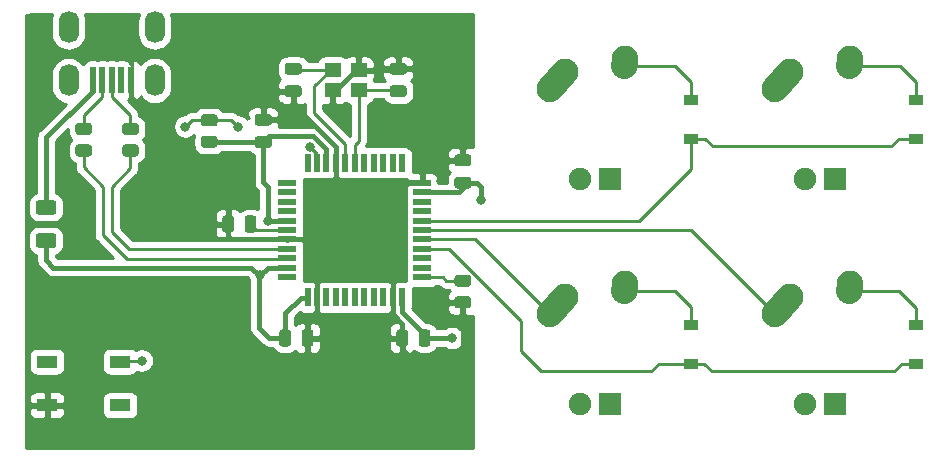
<source format=gbl>
%TF.GenerationSoftware,KiCad,Pcbnew,(5.1.12)-1*%
%TF.CreationDate,2022-04-14T09:57:20+09:00*%
%TF.ProjectId,ai03-pcb-guide,61693033-2d70-4636-922d-67756964652e,rev?*%
%TF.SameCoordinates,Original*%
%TF.FileFunction,Copper,L2,Bot*%
%TF.FilePolarity,Positive*%
%FSLAX46Y46*%
G04 Gerber Fmt 4.6, Leading zero omitted, Abs format (unit mm)*
G04 Created by KiCad (PCBNEW (5.1.12)-1) date 2022-04-14 09:57:20*
%MOMM*%
%LPD*%
G01*
G04 APERTURE LIST*
%TA.AperFunction,SMDPad,CuDef*%
%ADD10R,1.400000X1.200000*%
%TD*%
%TA.AperFunction,ComponentPad*%
%ADD11O,1.700000X2.700000*%
%TD*%
%TA.AperFunction,SMDPad,CuDef*%
%ADD12R,0.500000X2.250000*%
%TD*%
%TA.AperFunction,SMDPad,CuDef*%
%ADD13R,0.550000X1.500000*%
%TD*%
%TA.AperFunction,SMDPad,CuDef*%
%ADD14R,1.500000X0.550000*%
%TD*%
%TA.AperFunction,SMDPad,CuDef*%
%ADD15R,1.800000X1.100000*%
%TD*%
%TA.AperFunction,ComponentPad*%
%ADD16R,1.905000X1.905000*%
%TD*%
%TA.AperFunction,ComponentPad*%
%ADD17C,1.905000*%
%TD*%
%TA.AperFunction,ComponentPad*%
%ADD18C,2.250000*%
%TD*%
%TA.AperFunction,SMDPad,CuDef*%
%ADD19R,1.200000X0.900000*%
%TD*%
%TA.AperFunction,ViaPad*%
%ADD20C,0.800000*%
%TD*%
%TA.AperFunction,Conductor*%
%ADD21C,0.381000*%
%TD*%
%TA.AperFunction,Conductor*%
%ADD22C,0.254000*%
%TD*%
%TA.AperFunction,Conductor*%
%ADD23C,0.100000*%
%TD*%
G04 APERTURE END LIST*
D10*
%TO.P,Y1,4*%
%TO.N,GND*%
X75903000Y-79033000D03*
%TO.P,Y1,3*%
%TO.N,Net-(C2-Pad1)*%
X73703000Y-79033000D03*
%TO.P,Y1,2*%
%TO.N,GND*%
X73703000Y-80733000D03*
%TO.P,Y1,1*%
%TO.N,Net-(C1-Pad1)*%
X75903000Y-80733000D03*
%TD*%
D11*
%TO.P,USB1,6*%
%TO.N,Net-(USB1-Pad6)*%
X51341000Y-75406250D03*
X58641000Y-75406250D03*
X58641000Y-79906250D03*
X51341000Y-79906250D03*
D12*
%TO.P,USB1,5*%
%TO.N,VCC*%
X53391000Y-79906250D03*
%TO.P,USB1,4*%
%TO.N,D-*%
X54191000Y-79906250D03*
%TO.P,USB1,3*%
%TO.N,D+*%
X54991000Y-79906250D03*
%TO.P,USB1,2*%
%TO.N,Net-(USB1-Pad2)*%
X55791000Y-79906250D03*
%TO.P,USB1,1*%
%TO.N,GND*%
X56591000Y-79906250D03*
%TD*%
D13*
%TO.P,U1,44*%
%TO.N,+5V*%
X71565000Y-98283000D03*
%TO.P,U1,43*%
%TO.N,GND*%
X72365000Y-98283000D03*
%TO.P,U1,42*%
%TO.N,Net-(U1-Pad42)*%
X73165000Y-98283000D03*
%TO.P,U1,41*%
%TO.N,Net-(U1-Pad41)*%
X73965000Y-98283000D03*
%TO.P,U1,40*%
%TO.N,Net-(U1-Pad40)*%
X74765000Y-98283000D03*
%TO.P,U1,39*%
%TO.N,Net-(U1-Pad39)*%
X75565000Y-98283000D03*
%TO.P,U1,38*%
%TO.N,Net-(U1-Pad38)*%
X76365000Y-98283000D03*
%TO.P,U1,37*%
%TO.N,Net-(U1-Pad37)*%
X77165000Y-98283000D03*
%TO.P,U1,36*%
%TO.N,Net-(U1-Pad36)*%
X77965000Y-98283000D03*
%TO.P,U1,35*%
%TO.N,GND*%
X78765000Y-98283000D03*
%TO.P,U1,34*%
%TO.N,+5V*%
X79565000Y-98283000D03*
D14*
%TO.P,U1,33*%
%TO.N,Net-(R4-Pad2)*%
X81265000Y-96583000D03*
%TO.P,U1,32*%
%TO.N,Net-(U1-Pad32)*%
X81265000Y-95783000D03*
%TO.P,U1,31*%
%TO.N,Net-(U1-Pad31)*%
X81265000Y-94983000D03*
%TO.P,U1,30*%
%TO.N,ROW1*%
X81265000Y-94183000D03*
%TO.P,U1,29*%
%TO.N,COL0*%
X81265000Y-93383000D03*
%TO.P,U1,28*%
%TO.N,COL1*%
X81265000Y-92583000D03*
%TO.P,U1,27*%
%TO.N,ROW0*%
X81265000Y-91783000D03*
%TO.P,U1,26*%
%TO.N,Net-(U1-Pad26)*%
X81265000Y-90983000D03*
%TO.P,U1,25*%
%TO.N,Net-(U1-Pad25)*%
X81265000Y-90183000D03*
%TO.P,U1,24*%
%TO.N,+5V*%
X81265000Y-89383000D03*
%TO.P,U1,23*%
%TO.N,GND*%
X81265000Y-88583000D03*
D13*
%TO.P,U1,22*%
%TO.N,Net-(U1-Pad22)*%
X79565000Y-86883000D03*
%TO.P,U1,21*%
%TO.N,Net-(U1-Pad21)*%
X78765000Y-86883000D03*
%TO.P,U1,20*%
%TO.N,Net-(U1-Pad20)*%
X77965000Y-86883000D03*
%TO.P,U1,19*%
%TO.N,Net-(U1-Pad19)*%
X77165000Y-86883000D03*
%TO.P,U1,18*%
%TO.N,Net-(U1-Pad18)*%
X76365000Y-86883000D03*
%TO.P,U1,17*%
%TO.N,Net-(C1-Pad1)*%
X75565000Y-86883000D03*
%TO.P,U1,16*%
%TO.N,Net-(C2-Pad1)*%
X74765000Y-86883000D03*
%TO.P,U1,15*%
%TO.N,GND*%
X73965000Y-86883000D03*
%TO.P,U1,14*%
%TO.N,+5V*%
X73165000Y-86883000D03*
%TO.P,U1,13*%
%TO.N,Net-(R1-Pad2)*%
X72365000Y-86883000D03*
%TO.P,U1,12*%
%TO.N,Net-(U1-Pad12)*%
X71565000Y-86883000D03*
D14*
%TO.P,U1,11*%
%TO.N,Net-(U1-Pad11)*%
X69865000Y-88583000D03*
%TO.P,U1,10*%
%TO.N,Net-(U1-Pad10)*%
X69865000Y-89383000D03*
%TO.P,U1,9*%
%TO.N,Net-(U1-Pad9)*%
X69865000Y-90183000D03*
%TO.P,U1,8*%
%TO.N,Net-(U1-Pad8)*%
X69865000Y-90983000D03*
%TO.P,U1,7*%
%TO.N,+5V*%
X69865000Y-91783000D03*
%TO.P,U1,6*%
%TO.N,Net-(C3-Pad1)*%
X69865000Y-92583000D03*
%TO.P,U1,5*%
%TO.N,GND*%
X69865000Y-93383000D03*
%TO.P,U1,4*%
%TO.N,Net-(R2-Pad1)*%
X69865000Y-94183000D03*
%TO.P,U1,3*%
%TO.N,Net-(R3-Pad1)*%
X69865000Y-94983000D03*
%TO.P,U1,2*%
%TO.N,+5V*%
X69865000Y-95783000D03*
%TO.P,U1,1*%
%TO.N,Net-(U1-Pad1)*%
X69865000Y-96583000D03*
%TD*%
D15*
%TO.P,SW1,4*%
%TO.N,N/C*%
X55709750Y-107418750D03*
%TO.P,SW1,3*%
X49509750Y-103718750D03*
%TO.P,SW1,2*%
%TO.N,Net-(R1-Pad2)*%
X55709750Y-103718750D03*
%TO.P,SW1,1*%
%TO.N,GND*%
X49509750Y-107418750D03*
%TD*%
%TO.P,R4,2*%
%TO.N,Net-(R4-Pad2)*%
%TA.AperFunction,SMDPad,CuDef*%
G36*
G01*
X85159001Y-97390000D02*
X84258999Y-97390000D01*
G75*
G02*
X84009000Y-97140001I0J249999D01*
G01*
X84009000Y-96614999D01*
G75*
G02*
X84258999Y-96365000I249999J0D01*
G01*
X85159001Y-96365000D01*
G75*
G02*
X85409000Y-96614999I0J-249999D01*
G01*
X85409000Y-97140001D01*
G75*
G02*
X85159001Y-97390000I-249999J0D01*
G01*
G37*
%TD.AperFunction*%
%TO.P,R4,1*%
%TO.N,GND*%
%TA.AperFunction,SMDPad,CuDef*%
G36*
G01*
X85159001Y-99215000D02*
X84258999Y-99215000D01*
G75*
G02*
X84009000Y-98965001I0J249999D01*
G01*
X84009000Y-98439999D01*
G75*
G02*
X84258999Y-98190000I249999J0D01*
G01*
X85159001Y-98190000D01*
G75*
G02*
X85409000Y-98439999I0J-249999D01*
G01*
X85409000Y-98965001D01*
G75*
G02*
X85159001Y-99215000I-249999J0D01*
G01*
G37*
%TD.AperFunction*%
%TD*%
%TO.P,R3,2*%
%TO.N,D-*%
%TA.AperFunction,SMDPad,CuDef*%
G36*
G01*
X53059751Y-84531250D02*
X52159749Y-84531250D01*
G75*
G02*
X51909750Y-84281251I0J249999D01*
G01*
X51909750Y-83756249D01*
G75*
G02*
X52159749Y-83506250I249999J0D01*
G01*
X53059751Y-83506250D01*
G75*
G02*
X53309750Y-83756249I0J-249999D01*
G01*
X53309750Y-84281251D01*
G75*
G02*
X53059751Y-84531250I-249999J0D01*
G01*
G37*
%TD.AperFunction*%
%TO.P,R3,1*%
%TO.N,Net-(R3-Pad1)*%
%TA.AperFunction,SMDPad,CuDef*%
G36*
G01*
X53059751Y-86356250D02*
X52159749Y-86356250D01*
G75*
G02*
X51909750Y-86106251I0J249999D01*
G01*
X51909750Y-85581249D01*
G75*
G02*
X52159749Y-85331250I249999J0D01*
G01*
X53059751Y-85331250D01*
G75*
G02*
X53309750Y-85581249I0J-249999D01*
G01*
X53309750Y-86106251D01*
G75*
G02*
X53059751Y-86356250I-249999J0D01*
G01*
G37*
%TD.AperFunction*%
%TD*%
%TO.P,R2,2*%
%TO.N,D+*%
%TA.AperFunction,SMDPad,CuDef*%
G36*
G01*
X57028501Y-84531250D02*
X56128499Y-84531250D01*
G75*
G02*
X55878500Y-84281251I0J249999D01*
G01*
X55878500Y-83756249D01*
G75*
G02*
X56128499Y-83506250I249999J0D01*
G01*
X57028501Y-83506250D01*
G75*
G02*
X57278500Y-83756249I0J-249999D01*
G01*
X57278500Y-84281251D01*
G75*
G02*
X57028501Y-84531250I-249999J0D01*
G01*
G37*
%TD.AperFunction*%
%TO.P,R2,1*%
%TO.N,Net-(R2-Pad1)*%
%TA.AperFunction,SMDPad,CuDef*%
G36*
G01*
X57028501Y-86356250D02*
X56128499Y-86356250D01*
G75*
G02*
X55878500Y-86106251I0J249999D01*
G01*
X55878500Y-85581249D01*
G75*
G02*
X56128499Y-85331250I249999J0D01*
G01*
X57028501Y-85331250D01*
G75*
G02*
X57278500Y-85581249I0J-249999D01*
G01*
X57278500Y-86106251D01*
G75*
G02*
X57028501Y-86356250I-249999J0D01*
G01*
G37*
%TD.AperFunction*%
%TD*%
%TO.P,R1,2*%
%TO.N,Net-(R1-Pad2)*%
%TA.AperFunction,SMDPad,CuDef*%
G36*
G01*
X63696001Y-83801000D02*
X62795999Y-83801000D01*
G75*
G02*
X62546000Y-83551001I0J249999D01*
G01*
X62546000Y-83025999D01*
G75*
G02*
X62795999Y-82776000I249999J0D01*
G01*
X63696001Y-82776000D01*
G75*
G02*
X63946000Y-83025999I0J-249999D01*
G01*
X63946000Y-83551001D01*
G75*
G02*
X63696001Y-83801000I-249999J0D01*
G01*
G37*
%TD.AperFunction*%
%TO.P,R1,1*%
%TO.N,+5V*%
%TA.AperFunction,SMDPad,CuDef*%
G36*
G01*
X63696001Y-85626000D02*
X62795999Y-85626000D01*
G75*
G02*
X62546000Y-85376001I0J249999D01*
G01*
X62546000Y-84850999D01*
G75*
G02*
X62795999Y-84601000I249999J0D01*
G01*
X63696001Y-84601000D01*
G75*
G02*
X63946000Y-84850999I0J-249999D01*
G01*
X63946000Y-85376001D01*
G75*
G02*
X63696001Y-85626000I-249999J0D01*
G01*
G37*
%TD.AperFunction*%
%TD*%
D16*
%TO.P,MX4,4*%
%TO.N,N/C*%
X116205000Y-107315000D03*
D17*
%TO.P,MX4,3*%
X113665000Y-107315000D03*
D18*
%TO.P,MX4,1*%
%TO.N,COL1*%
X112435000Y-98235000D03*
%TA.AperFunction,ComponentPad*%
G36*
G01*
X110373688Y-100532350D02*
X110373683Y-100532345D01*
G75*
G02*
X110287655Y-98943683I751317J837345D01*
G01*
X111597657Y-97483683D01*
G75*
G02*
X113186319Y-97397655I837345J-751317D01*
G01*
X113186319Y-97397655D01*
G75*
G02*
X113272347Y-98986317I-751317J-837345D01*
G01*
X111962345Y-100446317D01*
G75*
G02*
X110373683Y-100532345I-837345J751317D01*
G01*
G37*
%TD.AperFunction*%
%TO.P,MX4,2*%
%TO.N,Net-(D4-Pad2)*%
X117475000Y-97155000D03*
%TA.AperFunction,ComponentPad*%
G36*
G01*
X117358483Y-98857395D02*
X117357597Y-98857334D01*
G75*
G02*
X116312666Y-97657597I77403J1122334D01*
G01*
X116352666Y-97077597D01*
G75*
G02*
X117552403Y-96032666I1122334J-77403D01*
G01*
X117552403Y-96032666D01*
G75*
G02*
X118597334Y-97232403I-77403J-1122334D01*
G01*
X118557334Y-97812403D01*
G75*
G02*
X117357597Y-98857334I-1122334J77403D01*
G01*
G37*
%TD.AperFunction*%
%TD*%
D16*
%TO.P,MX3,4*%
%TO.N,N/C*%
X97155000Y-107315000D03*
D17*
%TO.P,MX3,3*%
X94615000Y-107315000D03*
D18*
%TO.P,MX3,1*%
%TO.N,COL0*%
X93385000Y-98235000D03*
%TA.AperFunction,ComponentPad*%
G36*
G01*
X91323688Y-100532350D02*
X91323683Y-100532345D01*
G75*
G02*
X91237655Y-98943683I751317J837345D01*
G01*
X92547657Y-97483683D01*
G75*
G02*
X94136319Y-97397655I837345J-751317D01*
G01*
X94136319Y-97397655D01*
G75*
G02*
X94222347Y-98986317I-751317J-837345D01*
G01*
X92912345Y-100446317D01*
G75*
G02*
X91323683Y-100532345I-837345J751317D01*
G01*
G37*
%TD.AperFunction*%
%TO.P,MX3,2*%
%TO.N,Net-(D3-Pad2)*%
X98425000Y-97155000D03*
%TA.AperFunction,ComponentPad*%
G36*
G01*
X98308483Y-98857395D02*
X98307597Y-98857334D01*
G75*
G02*
X97262666Y-97657597I77403J1122334D01*
G01*
X97302666Y-97077597D01*
G75*
G02*
X98502403Y-96032666I1122334J-77403D01*
G01*
X98502403Y-96032666D01*
G75*
G02*
X99547334Y-97232403I-77403J-1122334D01*
G01*
X99507334Y-97812403D01*
G75*
G02*
X98307597Y-98857334I-1122334J77403D01*
G01*
G37*
%TD.AperFunction*%
%TD*%
D16*
%TO.P,MX2,4*%
%TO.N,N/C*%
X116205000Y-88265000D03*
D17*
%TO.P,MX2,3*%
X113665000Y-88265000D03*
D18*
%TO.P,MX2,1*%
%TO.N,COL1*%
X112435000Y-79185000D03*
%TA.AperFunction,ComponentPad*%
G36*
G01*
X110373688Y-81482350D02*
X110373683Y-81482345D01*
G75*
G02*
X110287655Y-79893683I751317J837345D01*
G01*
X111597657Y-78433683D01*
G75*
G02*
X113186319Y-78347655I837345J-751317D01*
G01*
X113186319Y-78347655D01*
G75*
G02*
X113272347Y-79936317I-751317J-837345D01*
G01*
X111962345Y-81396317D01*
G75*
G02*
X110373683Y-81482345I-837345J751317D01*
G01*
G37*
%TD.AperFunction*%
%TO.P,MX2,2*%
%TO.N,Net-(D2-Pad2)*%
X117475000Y-78105000D03*
%TA.AperFunction,ComponentPad*%
G36*
G01*
X117358483Y-79807395D02*
X117357597Y-79807334D01*
G75*
G02*
X116312666Y-78607597I77403J1122334D01*
G01*
X116352666Y-78027597D01*
G75*
G02*
X117552403Y-76982666I1122334J-77403D01*
G01*
X117552403Y-76982666D01*
G75*
G02*
X118597334Y-78182403I-77403J-1122334D01*
G01*
X118557334Y-78762403D01*
G75*
G02*
X117357597Y-79807334I-1122334J77403D01*
G01*
G37*
%TD.AperFunction*%
%TD*%
D16*
%TO.P,MX1,4*%
%TO.N,N/C*%
X97155000Y-88265000D03*
D17*
%TO.P,MX1,3*%
X94615000Y-88265000D03*
D18*
%TO.P,MX1,1*%
%TO.N,COL0*%
X93385000Y-79185000D03*
%TA.AperFunction,ComponentPad*%
G36*
G01*
X91323688Y-81482350D02*
X91323683Y-81482345D01*
G75*
G02*
X91237655Y-79893683I751317J837345D01*
G01*
X92547657Y-78433683D01*
G75*
G02*
X94136319Y-78347655I837345J-751317D01*
G01*
X94136319Y-78347655D01*
G75*
G02*
X94222347Y-79936317I-751317J-837345D01*
G01*
X92912345Y-81396317D01*
G75*
G02*
X91323683Y-81482345I-837345J751317D01*
G01*
G37*
%TD.AperFunction*%
%TO.P,MX1,2*%
%TO.N,Net-(D1-Pad2)*%
X98425000Y-78105000D03*
%TA.AperFunction,ComponentPad*%
G36*
G01*
X98308483Y-79807395D02*
X98307597Y-79807334D01*
G75*
G02*
X97262666Y-78607597I77403J1122334D01*
G01*
X97302666Y-78027597D01*
G75*
G02*
X98502403Y-76982666I1122334J-77403D01*
G01*
X98502403Y-76982666D01*
G75*
G02*
X99547334Y-78182403I-77403J-1122334D01*
G01*
X99507334Y-78762403D01*
G75*
G02*
X98307597Y-79807334I-1122334J77403D01*
G01*
G37*
%TD.AperFunction*%
%TD*%
%TO.P,F1,2*%
%TO.N,VCC*%
%TA.AperFunction,SMDPad,CuDef*%
G36*
G01*
X50059750Y-91300000D02*
X48809750Y-91300000D01*
G75*
G02*
X48559750Y-91050000I0J250000D01*
G01*
X48559750Y-90300000D01*
G75*
G02*
X48809750Y-90050000I250000J0D01*
G01*
X50059750Y-90050000D01*
G75*
G02*
X50309750Y-90300000I0J-250000D01*
G01*
X50309750Y-91050000D01*
G75*
G02*
X50059750Y-91300000I-250000J0D01*
G01*
G37*
%TD.AperFunction*%
%TO.P,F1,1*%
%TO.N,+5V*%
%TA.AperFunction,SMDPad,CuDef*%
G36*
G01*
X50059750Y-94100000D02*
X48809750Y-94100000D01*
G75*
G02*
X48559750Y-93850000I0J250000D01*
G01*
X48559750Y-93100000D01*
G75*
G02*
X48809750Y-92850000I250000J0D01*
G01*
X50059750Y-92850000D01*
G75*
G02*
X50309750Y-93100000I0J-250000D01*
G01*
X50309750Y-93850000D01*
G75*
G02*
X50059750Y-94100000I-250000J0D01*
G01*
G37*
%TD.AperFunction*%
%TD*%
D19*
%TO.P,D4,2*%
%TO.N,Net-(D4-Pad2)*%
X123063000Y-100585000D03*
%TO.P,D4,1*%
%TO.N,ROW1*%
X123063000Y-103885000D03*
%TD*%
%TO.P,D3,2*%
%TO.N,Net-(D3-Pad2)*%
X104013000Y-100585000D03*
%TO.P,D3,1*%
%TO.N,ROW1*%
X104013000Y-103885000D03*
%TD*%
%TO.P,D2,2*%
%TO.N,Net-(D2-Pad2)*%
X123063000Y-81535000D03*
%TO.P,D2,1*%
%TO.N,ROW0*%
X123063000Y-84835000D03*
%TD*%
%TO.P,D1,2*%
%TO.N,Net-(D1-Pad2)*%
X104013000Y-81535000D03*
%TO.P,D1,1*%
%TO.N,ROW0*%
X104013000Y-84835000D03*
%TD*%
%TO.P,C7,2*%
%TO.N,GND*%
%TA.AperFunction,SMDPad,CuDef*%
G36*
G01*
X71062000Y-102202000D02*
X71062000Y-101252000D01*
G75*
G02*
X71312000Y-101002000I250000J0D01*
G01*
X71812000Y-101002000D01*
G75*
G02*
X72062000Y-101252000I0J-250000D01*
G01*
X72062000Y-102202000D01*
G75*
G02*
X71812000Y-102452000I-250000J0D01*
G01*
X71312000Y-102452000D01*
G75*
G02*
X71062000Y-102202000I0J250000D01*
G01*
G37*
%TD.AperFunction*%
%TO.P,C7,1*%
%TO.N,+5V*%
%TA.AperFunction,SMDPad,CuDef*%
G36*
G01*
X69162000Y-102202000D02*
X69162000Y-101252000D01*
G75*
G02*
X69412000Y-101002000I250000J0D01*
G01*
X69912000Y-101002000D01*
G75*
G02*
X70162000Y-101252000I0J-250000D01*
G01*
X70162000Y-102202000D01*
G75*
G02*
X69912000Y-102452000I-250000J0D01*
G01*
X69412000Y-102452000D01*
G75*
G02*
X69162000Y-102202000I0J250000D01*
G01*
G37*
%TD.AperFunction*%
%TD*%
%TO.P,C6,2*%
%TO.N,GND*%
%TA.AperFunction,SMDPad,CuDef*%
G36*
G01*
X80068000Y-101252000D02*
X80068000Y-102202000D01*
G75*
G02*
X79818000Y-102452000I-250000J0D01*
G01*
X79318000Y-102452000D01*
G75*
G02*
X79068000Y-102202000I0J250000D01*
G01*
X79068000Y-101252000D01*
G75*
G02*
X79318000Y-101002000I250000J0D01*
G01*
X79818000Y-101002000D01*
G75*
G02*
X80068000Y-101252000I0J-250000D01*
G01*
G37*
%TD.AperFunction*%
%TO.P,C6,1*%
%TO.N,+5V*%
%TA.AperFunction,SMDPad,CuDef*%
G36*
G01*
X81968000Y-101252000D02*
X81968000Y-102202000D01*
G75*
G02*
X81718000Y-102452000I-250000J0D01*
G01*
X81218000Y-102452000D01*
G75*
G02*
X80968000Y-102202000I0J250000D01*
G01*
X80968000Y-101252000D01*
G75*
G02*
X81218000Y-101002000I250000J0D01*
G01*
X81718000Y-101002000D01*
G75*
G02*
X81968000Y-101252000I0J-250000D01*
G01*
G37*
%TD.AperFunction*%
%TD*%
%TO.P,C5,2*%
%TO.N,GND*%
%TA.AperFunction,SMDPad,CuDef*%
G36*
G01*
X85184000Y-87180000D02*
X84234000Y-87180000D01*
G75*
G02*
X83984000Y-86930000I0J250000D01*
G01*
X83984000Y-86430000D01*
G75*
G02*
X84234000Y-86180000I250000J0D01*
G01*
X85184000Y-86180000D01*
G75*
G02*
X85434000Y-86430000I0J-250000D01*
G01*
X85434000Y-86930000D01*
G75*
G02*
X85184000Y-87180000I-250000J0D01*
G01*
G37*
%TD.AperFunction*%
%TO.P,C5,1*%
%TO.N,+5V*%
%TA.AperFunction,SMDPad,CuDef*%
G36*
G01*
X85184000Y-89080000D02*
X84234000Y-89080000D01*
G75*
G02*
X83984000Y-88830000I0J250000D01*
G01*
X83984000Y-88330000D01*
G75*
G02*
X84234000Y-88080000I250000J0D01*
G01*
X85184000Y-88080000D01*
G75*
G02*
X85434000Y-88330000I0J-250000D01*
G01*
X85434000Y-88830000D01*
G75*
G02*
X85184000Y-89080000I-250000J0D01*
G01*
G37*
%TD.AperFunction*%
%TD*%
%TO.P,C4,2*%
%TO.N,GND*%
%TA.AperFunction,SMDPad,CuDef*%
G36*
G01*
X68293000Y-83751000D02*
X67343000Y-83751000D01*
G75*
G02*
X67093000Y-83501000I0J250000D01*
G01*
X67093000Y-83001000D01*
G75*
G02*
X67343000Y-82751000I250000J0D01*
G01*
X68293000Y-82751000D01*
G75*
G02*
X68543000Y-83001000I0J-250000D01*
G01*
X68543000Y-83501000D01*
G75*
G02*
X68293000Y-83751000I-250000J0D01*
G01*
G37*
%TD.AperFunction*%
%TO.P,C4,1*%
%TO.N,+5V*%
%TA.AperFunction,SMDPad,CuDef*%
G36*
G01*
X68293000Y-85651000D02*
X67343000Y-85651000D01*
G75*
G02*
X67093000Y-85401000I0J250000D01*
G01*
X67093000Y-84901000D01*
G75*
G02*
X67343000Y-84651000I250000J0D01*
G01*
X68293000Y-84651000D01*
G75*
G02*
X68543000Y-84901000I0J-250000D01*
G01*
X68543000Y-85401000D01*
G75*
G02*
X68293000Y-85651000I-250000J0D01*
G01*
G37*
%TD.AperFunction*%
%TD*%
%TO.P,C3,2*%
%TO.N,GND*%
%TA.AperFunction,SMDPad,CuDef*%
G36*
G01*
X65336000Y-91600000D02*
X65336000Y-92550000D01*
G75*
G02*
X65086000Y-92800000I-250000J0D01*
G01*
X64586000Y-92800000D01*
G75*
G02*
X64336000Y-92550000I0J250000D01*
G01*
X64336000Y-91600000D01*
G75*
G02*
X64586000Y-91350000I250000J0D01*
G01*
X65086000Y-91350000D01*
G75*
G02*
X65336000Y-91600000I0J-250000D01*
G01*
G37*
%TD.AperFunction*%
%TO.P,C3,1*%
%TO.N,Net-(C3-Pad1)*%
%TA.AperFunction,SMDPad,CuDef*%
G36*
G01*
X67236000Y-91600000D02*
X67236000Y-92550000D01*
G75*
G02*
X66986000Y-92800000I-250000J0D01*
G01*
X66486000Y-92800000D01*
G75*
G02*
X66236000Y-92550000I0J250000D01*
G01*
X66236000Y-91600000D01*
G75*
G02*
X66486000Y-91350000I250000J0D01*
G01*
X66986000Y-91350000D01*
G75*
G02*
X67236000Y-91600000I0J-250000D01*
G01*
G37*
%TD.AperFunction*%
%TD*%
%TO.P,C2,2*%
%TO.N,GND*%
%TA.AperFunction,SMDPad,CuDef*%
G36*
G01*
X69883000Y-80333000D02*
X70833000Y-80333000D01*
G75*
G02*
X71083000Y-80583000I0J-250000D01*
G01*
X71083000Y-81083000D01*
G75*
G02*
X70833000Y-81333000I-250000J0D01*
G01*
X69883000Y-81333000D01*
G75*
G02*
X69633000Y-81083000I0J250000D01*
G01*
X69633000Y-80583000D01*
G75*
G02*
X69883000Y-80333000I250000J0D01*
G01*
G37*
%TD.AperFunction*%
%TO.P,C2,1*%
%TO.N,Net-(C2-Pad1)*%
%TA.AperFunction,SMDPad,CuDef*%
G36*
G01*
X69883000Y-78433000D02*
X70833000Y-78433000D01*
G75*
G02*
X71083000Y-78683000I0J-250000D01*
G01*
X71083000Y-79183000D01*
G75*
G02*
X70833000Y-79433000I-250000J0D01*
G01*
X69883000Y-79433000D01*
G75*
G02*
X69633000Y-79183000I0J250000D01*
G01*
X69633000Y-78683000D01*
G75*
G02*
X69883000Y-78433000I250000J0D01*
G01*
G37*
%TD.AperFunction*%
%TD*%
%TO.P,C1,2*%
%TO.N,GND*%
%TA.AperFunction,SMDPad,CuDef*%
G36*
G01*
X79723000Y-79433000D02*
X78773000Y-79433000D01*
G75*
G02*
X78523000Y-79183000I0J250000D01*
G01*
X78523000Y-78683000D01*
G75*
G02*
X78773000Y-78433000I250000J0D01*
G01*
X79723000Y-78433000D01*
G75*
G02*
X79973000Y-78683000I0J-250000D01*
G01*
X79973000Y-79183000D01*
G75*
G02*
X79723000Y-79433000I-250000J0D01*
G01*
G37*
%TD.AperFunction*%
%TO.P,C1,1*%
%TO.N,Net-(C1-Pad1)*%
%TA.AperFunction,SMDPad,CuDef*%
G36*
G01*
X79723000Y-81333000D02*
X78773000Y-81333000D01*
G75*
G02*
X78523000Y-81083000I0J250000D01*
G01*
X78523000Y-80583000D01*
G75*
G02*
X78773000Y-80333000I250000J0D01*
G01*
X79723000Y-80333000D01*
G75*
G02*
X79973000Y-80583000I0J-250000D01*
G01*
X79973000Y-81083000D01*
G75*
G02*
X79723000Y-81333000I-250000J0D01*
G01*
G37*
%TD.AperFunction*%
%TD*%
D20*
%TO.N,+5V*%
X86233000Y-90043000D03*
X83820000Y-101727000D03*
X67564000Y-96393000D03*
X68199000Y-91821000D03*
%TO.N,Net-(R1-Pad2)*%
X61214000Y-83820000D03*
X57531000Y-103632000D03*
X65659000Y-83820000D03*
X71755000Y-85532998D03*
%TD*%
D21*
%TO.N,GND*%
X79148000Y-79033000D02*
X79248000Y-78933000D01*
X75903000Y-79033000D02*
X79148000Y-79033000D01*
X74005902Y-80733000D02*
X73703000Y-80733000D01*
X75705902Y-79033000D02*
X74005902Y-80733000D01*
X75903000Y-79033000D02*
X75705902Y-79033000D01*
X68895000Y-80833000D02*
X70358000Y-80833000D01*
X69215000Y-77089000D02*
X68453000Y-77851000D01*
X68453000Y-80391000D02*
X68895000Y-80833000D01*
X78359000Y-77089000D02*
X69215000Y-77089000D01*
X68453000Y-77851000D02*
X68453000Y-80391000D01*
X79248000Y-77978000D02*
X78359000Y-77089000D01*
X79248000Y-78933000D02*
X79248000Y-77978000D01*
X70358000Y-80833000D02*
X70358000Y-81915000D01*
X73965000Y-86883000D02*
X73965000Y-85522000D01*
X71562000Y-83251000D02*
X71628000Y-83185000D01*
X67818000Y-83251000D02*
X71562000Y-83251000D01*
X71628000Y-83185000D02*
X70358000Y-81915000D01*
X73965000Y-85522000D02*
X71628000Y-83185000D01*
X84709000Y-86680000D02*
X82103000Y-86680000D01*
X81265000Y-87518000D02*
X81265000Y-88583000D01*
X82103000Y-86680000D02*
X81265000Y-87518000D01*
X84709000Y-98702500D02*
X84709000Y-102870000D01*
X84709000Y-102870000D02*
X84201000Y-103378000D01*
X84201000Y-103378000D02*
X80264000Y-103378000D01*
X79568000Y-102682000D02*
X79568000Y-101727000D01*
X80264000Y-103378000D02*
X79568000Y-102682000D01*
X79568000Y-101727000D02*
X79568000Y-100523000D01*
X78765000Y-99720000D02*
X78765000Y-98283000D01*
X79568000Y-100523000D02*
X78765000Y-99720000D01*
X71562000Y-101727000D02*
X71562000Y-100269000D01*
X72365000Y-99466000D02*
X72365000Y-98283000D01*
X71562000Y-100269000D02*
X72365000Y-99466000D01*
X76327000Y-95250000D02*
X73660000Y-95250000D01*
X72365000Y-96545000D02*
X72365000Y-98283000D01*
X73660000Y-95250000D02*
X72365000Y-96545000D01*
X76327000Y-95250000D02*
X77089000Y-95250000D01*
X78765000Y-96926000D02*
X78765000Y-98283000D01*
X77089000Y-95250000D02*
X78765000Y-96926000D01*
X79692000Y-88583000D02*
X81265000Y-88583000D01*
X77089000Y-91186000D02*
X79692000Y-88583000D01*
X77089000Y-95250000D02*
X77089000Y-91186000D01*
X73965000Y-88062000D02*
X73965000Y-86883000D01*
X77089000Y-91186000D02*
X73965000Y-88062000D01*
X69865000Y-93383000D02*
X69803490Y-93444510D01*
X64836000Y-93157000D02*
X64836000Y-92075000D01*
X65062000Y-93383000D02*
X64836000Y-93157000D01*
X71793000Y-93383000D02*
X73660000Y-95250000D01*
X69865000Y-93383000D02*
X71793000Y-93383000D01*
X56591000Y-79906250D02*
X56591000Y-81356000D01*
X56591000Y-81356000D02*
X60198000Y-84963000D01*
X60198000Y-84963000D02*
X60198000Y-91186000D01*
X62395000Y-93383000D02*
X65062000Y-93383000D01*
X60198000Y-91186000D02*
X62395000Y-93383000D01*
X49509750Y-107418750D02*
X49509750Y-108437750D01*
X49509750Y-108437750D02*
X50165000Y-109093000D01*
X50165000Y-109093000D02*
X68199000Y-109093000D01*
X71562000Y-105730000D02*
X71562000Y-101727000D01*
X68199000Y-109093000D02*
X71562000Y-105730000D01*
X69865000Y-93383000D02*
X65062000Y-93383000D01*
D22*
%TO.N,Net-(C1-Pad1)*%
X79148000Y-80733000D02*
X79248000Y-80833000D01*
X75903000Y-80733000D02*
X79148000Y-80733000D01*
X75565000Y-86883000D02*
X75565000Y-85344000D01*
X75903000Y-85006000D02*
X75903000Y-80733000D01*
X75565000Y-85344000D02*
X75903000Y-85006000D01*
%TO.N,Net-(C2-Pad1)*%
X70458000Y-79033000D02*
X70358000Y-78933000D01*
X73703000Y-79033000D02*
X70458000Y-79033000D01*
X74765000Y-86883000D02*
X74765000Y-85306000D01*
X74765000Y-85306000D02*
X72136000Y-82677000D01*
X73514398Y-79033000D02*
X73703000Y-79033000D01*
X72136000Y-80411398D02*
X73514398Y-79033000D01*
X72136000Y-82677000D02*
X72136000Y-80411398D01*
%TO.N,Net-(C3-Pad1)*%
X66736000Y-92075000D02*
X67244000Y-92583000D01*
X67244000Y-92583000D02*
X69865000Y-92583000D01*
D21*
%TO.N,+5V*%
X84709000Y-88580000D02*
X84709000Y-89027000D01*
X84353000Y-89383000D02*
X81265000Y-89383000D01*
X84709000Y-89027000D02*
X84353000Y-89383000D01*
X81468000Y-101727000D02*
X81468000Y-101407000D01*
X79565000Y-99504000D02*
X79565000Y-98283000D01*
X81468000Y-101407000D02*
X79565000Y-99504000D01*
X69662000Y-101727000D02*
X69662000Y-99629000D01*
X69662000Y-99629000D02*
X70993000Y-98298000D01*
X71550000Y-98298000D02*
X71565000Y-98283000D01*
X70993000Y-98298000D02*
X71550000Y-98298000D01*
X63283500Y-85151000D02*
X63246000Y-85113500D01*
X67818000Y-85151000D02*
X63283500Y-85151000D01*
X69662000Y-101727000D02*
X68326000Y-101727000D01*
X68326000Y-101727000D02*
X67437000Y-100838000D01*
X67437000Y-100838000D02*
X67437000Y-96520000D01*
X67437000Y-96520000D02*
X67564000Y-96393000D01*
X69840000Y-95758000D02*
X69865000Y-95783000D01*
X68199000Y-95758000D02*
X69840000Y-95758000D01*
X67437000Y-96520000D02*
X67437000Y-96393000D01*
X67437000Y-96393000D02*
X66802000Y-95758000D01*
X66802000Y-95758000D02*
X50038000Y-95758000D01*
X49434750Y-95154750D02*
X49434750Y-93475000D01*
X50038000Y-95758000D02*
X49434750Y-95154750D01*
X84709000Y-88580000D02*
X85913000Y-88580000D01*
X85913000Y-88580000D02*
X86233000Y-88900000D01*
X86233000Y-88900000D02*
X86233000Y-90043000D01*
X83820000Y-101727000D02*
X81468000Y-101727000D01*
X67564000Y-96393000D02*
X68199000Y-95758000D01*
X69827000Y-91821000D02*
X69865000Y-91783000D01*
X68199000Y-91821000D02*
X69827000Y-91821000D01*
X68199000Y-91821000D02*
X68199000Y-88900000D01*
X67818000Y-88519000D02*
X67818000Y-85151000D01*
X68199000Y-88900000D02*
X67818000Y-88519000D01*
X67818000Y-85151000D02*
X68316829Y-84652171D01*
X68316829Y-84652171D02*
X72065171Y-84652171D01*
X72065171Y-84652171D02*
X73165000Y-85752000D01*
X73165000Y-85752000D02*
X73165000Y-86883000D01*
D22*
%TO.N,Net-(D1-Pad2)*%
X98385000Y-78685000D02*
X102688000Y-78685000D01*
X104013000Y-80010000D02*
X104013000Y-81535000D01*
X102688000Y-78685000D02*
X104013000Y-80010000D01*
%TO.N,ROW0*%
X123063000Y-84835000D02*
X121667000Y-84835000D01*
X120996099Y-85505901D02*
X105883099Y-85505901D01*
X121667000Y-84835000D02*
X120996099Y-85505901D01*
X105212198Y-84835000D02*
X104013000Y-84835000D01*
X105883099Y-85505901D02*
X105212198Y-84835000D01*
X81265000Y-91783000D02*
X99606000Y-91783000D01*
X104013000Y-87376000D02*
X104013000Y-84835000D01*
X99606000Y-91783000D02*
X104013000Y-87376000D01*
%TO.N,Net-(D2-Pad2)*%
X117435000Y-78685000D02*
X121738000Y-78685000D01*
X123063000Y-80010000D02*
X123063000Y-81535000D01*
X121738000Y-78685000D02*
X123063000Y-80010000D01*
%TO.N,Net-(D3-Pad2)*%
X98385000Y-97735000D02*
X102688000Y-97735000D01*
X104013000Y-99060000D02*
X104013000Y-100585000D01*
X102688000Y-97735000D02*
X104013000Y-99060000D01*
%TO.N,ROW1*%
X105825901Y-104555901D02*
X105155000Y-103885000D01*
X121250099Y-104555901D02*
X105825901Y-104555901D01*
X105155000Y-103885000D02*
X104013000Y-103885000D01*
X121921000Y-103885000D02*
X121250099Y-104555901D01*
X123063000Y-103885000D02*
X121921000Y-103885000D01*
X91346939Y-104555901D02*
X100676099Y-104555901D01*
X89602999Y-100242981D02*
X89602999Y-102811961D01*
X89602999Y-102811961D02*
X91346939Y-104555901D01*
X83543018Y-94183000D02*
X89602999Y-100242981D01*
X81265000Y-94183000D02*
X83543018Y-94183000D01*
X101347000Y-103885000D02*
X104013000Y-103885000D01*
X100676099Y-104555901D02*
X101347000Y-103885000D01*
%TO.N,Net-(D4-Pad2)*%
X117435000Y-97735000D02*
X121611000Y-97735000D01*
X121611000Y-97735000D02*
X123063000Y-99187000D01*
X123063000Y-99187000D02*
X123063000Y-100585000D01*
D21*
%TO.N,VCC*%
X49434750Y-84737500D02*
X49434750Y-90675000D01*
X53391000Y-80781250D02*
X49434750Y-84737500D01*
X53391000Y-79906250D02*
X53391000Y-80781250D01*
D22*
%TO.N,COL0*%
X85763000Y-93383000D02*
X92075000Y-99695000D01*
X81265000Y-93383000D02*
X85763000Y-93383000D01*
%TO.N,COL1*%
X104013000Y-92583000D02*
X111125000Y-99695000D01*
X81265000Y-92583000D02*
X104013000Y-92583000D01*
%TO.N,Net-(R1-Pad2)*%
X63246000Y-83288500D02*
X63142500Y-83288500D01*
X63246000Y-83288500D02*
X61745500Y-83288500D01*
X61745500Y-83288500D02*
X61214000Y-83820000D01*
X55796500Y-103632000D02*
X55709750Y-103718750D01*
X57531000Y-103632000D02*
X55796500Y-103632000D01*
X63246000Y-83288500D02*
X65127500Y-83288500D01*
X65127500Y-83288500D02*
X65659000Y-83820000D01*
X72365000Y-86142998D02*
X72365000Y-86883000D01*
X71755000Y-85532998D02*
X72365000Y-86142998D01*
%TO.N,D+*%
X54991000Y-81285250D02*
X56509750Y-82804000D01*
X54991000Y-79906250D02*
X54991000Y-81285250D01*
X56509750Y-83950000D02*
X56578500Y-84018750D01*
X56509750Y-82804000D02*
X56509750Y-83950000D01*
%TO.N,Net-(R2-Pad1)*%
X56578500Y-85843750D02*
X56633750Y-85843750D01*
X56633750Y-85843750D02*
X56642000Y-85852000D01*
X56464000Y-94183000D02*
X69865000Y-94183000D01*
X54991000Y-92710000D02*
X56464000Y-94183000D01*
X54991000Y-88900000D02*
X54991000Y-92710000D01*
X56546750Y-87344250D02*
X54991000Y-88900000D01*
X56546750Y-85843750D02*
X56546750Y-87344250D01*
%TO.N,D-*%
X52609750Y-82866500D02*
X52609750Y-84018750D01*
X54191000Y-81285250D02*
X52609750Y-82866500D01*
X54191000Y-79906250D02*
X54191000Y-81285250D01*
%TO.N,Net-(R3-Pad1)*%
X52609750Y-85843750D02*
X52609750Y-87280750D01*
X52609750Y-87280750D02*
X54229000Y-88900000D01*
X54229000Y-88900000D02*
X54229000Y-92964000D01*
X54229000Y-92964000D02*
X56261000Y-94996000D01*
X69852000Y-94996000D02*
X69865000Y-94983000D01*
X56261000Y-94996000D02*
X69852000Y-94996000D01*
%TO.N,Net-(R4-Pad2)*%
X84709000Y-96877500D02*
X83288500Y-96877500D01*
X82994000Y-96583000D02*
X81265000Y-96583000D01*
X83288500Y-96877500D02*
X82994000Y-96583000D01*
%TD*%
%TO.N,GND*%
X49962401Y-74335216D02*
X49877487Y-74615139D01*
X49856000Y-74833300D01*
X49856000Y-75979199D01*
X49877487Y-76197360D01*
X49962401Y-76477283D01*
X50100294Y-76735263D01*
X50285866Y-76961384D01*
X50511986Y-77146956D01*
X50769966Y-77284849D01*
X51049889Y-77369763D01*
X51341000Y-77398435D01*
X51632110Y-77369763D01*
X51912033Y-77284849D01*
X52170013Y-77146956D01*
X52396134Y-76961384D01*
X52581706Y-76735264D01*
X52719599Y-76477284D01*
X52804513Y-76197361D01*
X52826000Y-75979200D01*
X52826000Y-74833300D01*
X52804513Y-74615139D01*
X52719599Y-74335216D01*
X52711466Y-74320000D01*
X57270534Y-74320000D01*
X57262401Y-74335216D01*
X57177487Y-74615139D01*
X57156000Y-74833300D01*
X57156000Y-75979199D01*
X57177487Y-76197360D01*
X57262401Y-76477283D01*
X57400294Y-76735263D01*
X57585866Y-76961384D01*
X57811986Y-77146956D01*
X58069966Y-77284849D01*
X58349889Y-77369763D01*
X58641000Y-77398435D01*
X58932110Y-77369763D01*
X59212033Y-77284849D01*
X59470013Y-77146956D01*
X59696134Y-76961384D01*
X59881706Y-76735264D01*
X60019599Y-76477284D01*
X60104513Y-76197361D01*
X60126000Y-75979200D01*
X60126000Y-74833300D01*
X60104513Y-74615139D01*
X60019599Y-74335216D01*
X60011466Y-74320000D01*
X85598000Y-74320000D01*
X85598000Y-85566176D01*
X85558482Y-85554188D01*
X85434000Y-85541928D01*
X84994750Y-85545000D01*
X84836000Y-85703750D01*
X84836000Y-86553000D01*
X84856000Y-86553000D01*
X84856000Y-86807000D01*
X84836000Y-86807000D01*
X84836000Y-86827000D01*
X84582000Y-86827000D01*
X84582000Y-86807000D01*
X83507750Y-86807000D01*
X83349000Y-86965750D01*
X83345928Y-87180000D01*
X83358188Y-87304482D01*
X83394498Y-87424180D01*
X83453463Y-87534494D01*
X83532815Y-87631185D01*
X83612594Y-87696658D01*
X83606038Y-87702038D01*
X83495595Y-87836614D01*
X83413528Y-87990150D01*
X83362992Y-88156746D01*
X83345928Y-88330000D01*
X83345928Y-88557500D01*
X82650000Y-88557500D01*
X82650000Y-88455998D01*
X82491252Y-88455998D01*
X82650000Y-88297250D01*
X82640177Y-88180369D01*
X82603265Y-88060855D01*
X82543746Y-87950839D01*
X82463908Y-87854549D01*
X82366818Y-87775684D01*
X82256208Y-87717276D01*
X82136329Y-87681570D01*
X82011787Y-87669936D01*
X81550750Y-87673000D01*
X81392000Y-87831750D01*
X81392000Y-88456000D01*
X81412000Y-88456000D01*
X81412000Y-88469928D01*
X80515000Y-88469928D01*
X80390518Y-88482188D01*
X80270820Y-88518498D01*
X80160506Y-88577463D01*
X80063815Y-88656815D01*
X79984463Y-88753506D01*
X79972083Y-88776667D01*
X79880000Y-88868750D01*
X79889546Y-88982337D01*
X79889188Y-88983518D01*
X79876928Y-89108000D01*
X79876928Y-89658000D01*
X79889188Y-89782482D01*
X79889345Y-89783000D01*
X79889188Y-89783518D01*
X79876928Y-89908000D01*
X79876928Y-90458000D01*
X79889188Y-90582482D01*
X79889345Y-90583000D01*
X79889188Y-90583518D01*
X79876928Y-90708000D01*
X79876928Y-91258000D01*
X79889188Y-91382482D01*
X79889345Y-91383000D01*
X79889188Y-91383518D01*
X79876928Y-91508000D01*
X79876928Y-92058000D01*
X79889188Y-92182482D01*
X79889345Y-92183000D01*
X79889188Y-92183518D01*
X79876928Y-92308000D01*
X79876928Y-92858000D01*
X79889188Y-92982482D01*
X79889345Y-92983000D01*
X79889188Y-92983518D01*
X79876928Y-93108000D01*
X79876928Y-93658000D01*
X79889188Y-93782482D01*
X79889345Y-93783000D01*
X79889188Y-93783518D01*
X79876928Y-93908000D01*
X79876928Y-94458000D01*
X79889188Y-94582482D01*
X79889345Y-94583000D01*
X79889188Y-94583518D01*
X79876928Y-94708000D01*
X79876928Y-95258000D01*
X79889188Y-95382482D01*
X79889345Y-95383000D01*
X79889188Y-95383518D01*
X79876928Y-95508000D01*
X79876928Y-96058000D01*
X79889188Y-96182482D01*
X79889345Y-96183000D01*
X79889188Y-96183518D01*
X79876928Y-96308000D01*
X79876928Y-96858000D01*
X79880962Y-96898962D01*
X79840000Y-96894928D01*
X79290000Y-96894928D01*
X79165518Y-96907188D01*
X79164337Y-96907546D01*
X79050750Y-96898000D01*
X78958667Y-96990083D01*
X78935506Y-97002463D01*
X78838815Y-97081815D01*
X78765000Y-97171759D01*
X78691185Y-97081815D01*
X78594494Y-97002463D01*
X78571333Y-96990083D01*
X78479250Y-96898000D01*
X78365663Y-96907546D01*
X78364482Y-96907188D01*
X78240000Y-96894928D01*
X77690000Y-96894928D01*
X77565518Y-96907188D01*
X77565000Y-96907345D01*
X77564482Y-96907188D01*
X77440000Y-96894928D01*
X76890000Y-96894928D01*
X76765518Y-96907188D01*
X76765000Y-96907345D01*
X76764482Y-96907188D01*
X76640000Y-96894928D01*
X76090000Y-96894928D01*
X75965518Y-96907188D01*
X75965000Y-96907345D01*
X75964482Y-96907188D01*
X75840000Y-96894928D01*
X75290000Y-96894928D01*
X75165518Y-96907188D01*
X75165000Y-96907345D01*
X75164482Y-96907188D01*
X75040000Y-96894928D01*
X74490000Y-96894928D01*
X74365518Y-96907188D01*
X74365000Y-96907345D01*
X74364482Y-96907188D01*
X74240000Y-96894928D01*
X73690000Y-96894928D01*
X73565518Y-96907188D01*
X73565000Y-96907345D01*
X73564482Y-96907188D01*
X73440000Y-96894928D01*
X72890000Y-96894928D01*
X72765518Y-96907188D01*
X72764337Y-96907546D01*
X72650750Y-96898000D01*
X72558667Y-96990083D01*
X72535506Y-97002463D01*
X72438815Y-97081815D01*
X72365000Y-97171759D01*
X72291185Y-97081815D01*
X72194494Y-97002463D01*
X72171333Y-96990083D01*
X72079250Y-96898000D01*
X71965663Y-96907546D01*
X71964482Y-96907188D01*
X71840000Y-96894928D01*
X71290000Y-96894928D01*
X71249038Y-96898962D01*
X71253072Y-96858000D01*
X71253072Y-96308000D01*
X71240812Y-96183518D01*
X71240655Y-96183000D01*
X71240812Y-96182482D01*
X71253072Y-96058000D01*
X71253072Y-95508000D01*
X71240812Y-95383518D01*
X71240655Y-95383000D01*
X71240812Y-95382482D01*
X71253072Y-95258000D01*
X71253072Y-94708000D01*
X71240812Y-94583518D01*
X71240655Y-94583000D01*
X71240812Y-94582482D01*
X71253072Y-94458000D01*
X71253072Y-93908000D01*
X71240812Y-93783518D01*
X71240454Y-93782337D01*
X71250000Y-93668750D01*
X71157917Y-93576667D01*
X71145537Y-93553506D01*
X71066185Y-93456815D01*
X70976241Y-93383000D01*
X71066185Y-93309185D01*
X71145537Y-93212494D01*
X71157917Y-93189333D01*
X71250000Y-93097250D01*
X71240454Y-92983663D01*
X71240812Y-92982482D01*
X71253072Y-92858000D01*
X71253072Y-92308000D01*
X71240812Y-92183518D01*
X71240655Y-92183000D01*
X71240812Y-92182482D01*
X71253072Y-92058000D01*
X71253072Y-91508000D01*
X71240812Y-91383518D01*
X71240655Y-91383000D01*
X71240812Y-91382482D01*
X71253072Y-91258000D01*
X71253072Y-90708000D01*
X71240812Y-90583518D01*
X71240655Y-90583000D01*
X71240812Y-90582482D01*
X71253072Y-90458000D01*
X71253072Y-89908000D01*
X71240812Y-89783518D01*
X71240655Y-89783000D01*
X71240812Y-89782482D01*
X71253072Y-89658000D01*
X71253072Y-89108000D01*
X71240812Y-88983518D01*
X71240655Y-88983000D01*
X71240812Y-88982482D01*
X71253072Y-88858000D01*
X71253072Y-88308000D01*
X71249038Y-88267038D01*
X71290000Y-88271072D01*
X71840000Y-88271072D01*
X71964482Y-88258812D01*
X71965000Y-88258655D01*
X71965518Y-88258812D01*
X72090000Y-88271072D01*
X72640000Y-88271072D01*
X72764482Y-88258812D01*
X72765000Y-88258655D01*
X72765518Y-88258812D01*
X72890000Y-88271072D01*
X73440000Y-88271072D01*
X73564482Y-88258812D01*
X73565663Y-88258454D01*
X73679250Y-88268000D01*
X73771333Y-88175917D01*
X73794494Y-88163537D01*
X73891185Y-88084185D01*
X73965000Y-87994241D01*
X74038815Y-88084185D01*
X74135506Y-88163537D01*
X74158667Y-88175917D01*
X74250750Y-88268000D01*
X74364337Y-88258454D01*
X74365518Y-88258812D01*
X74490000Y-88271072D01*
X75040000Y-88271072D01*
X75164482Y-88258812D01*
X75165000Y-88258655D01*
X75165518Y-88258812D01*
X75290000Y-88271072D01*
X75840000Y-88271072D01*
X75964482Y-88258812D01*
X75965000Y-88258655D01*
X75965518Y-88258812D01*
X76090000Y-88271072D01*
X76640000Y-88271072D01*
X76764482Y-88258812D01*
X76765000Y-88258655D01*
X76765518Y-88258812D01*
X76890000Y-88271072D01*
X77440000Y-88271072D01*
X77564482Y-88258812D01*
X77565000Y-88258655D01*
X77565518Y-88258812D01*
X77690000Y-88271072D01*
X78240000Y-88271072D01*
X78364482Y-88258812D01*
X78365000Y-88258655D01*
X78365518Y-88258812D01*
X78490000Y-88271072D01*
X79040000Y-88271072D01*
X79164482Y-88258812D01*
X79165000Y-88258655D01*
X79165518Y-88258812D01*
X79290000Y-88271072D01*
X79840000Y-88271072D01*
X79882552Y-88266881D01*
X79880000Y-88297250D01*
X80038750Y-88456000D01*
X81138000Y-88456000D01*
X81138000Y-87831750D01*
X80979250Y-87673000D01*
X80518213Y-87669936D01*
X80474028Y-87674064D01*
X80478072Y-87633000D01*
X80478072Y-86180000D01*
X83345928Y-86180000D01*
X83349000Y-86394250D01*
X83507750Y-86553000D01*
X84582000Y-86553000D01*
X84582000Y-85703750D01*
X84423250Y-85545000D01*
X83984000Y-85541928D01*
X83859518Y-85554188D01*
X83739820Y-85590498D01*
X83629506Y-85649463D01*
X83532815Y-85728815D01*
X83453463Y-85825506D01*
X83394498Y-85935820D01*
X83358188Y-86055518D01*
X83345928Y-86180000D01*
X80478072Y-86180000D01*
X80478072Y-86133000D01*
X80465812Y-86008518D01*
X80429502Y-85888820D01*
X80370537Y-85778506D01*
X80291185Y-85681815D01*
X80194494Y-85602463D01*
X80084180Y-85543498D01*
X79964482Y-85507188D01*
X79840000Y-85494928D01*
X79290000Y-85494928D01*
X79165518Y-85507188D01*
X79165000Y-85507345D01*
X79164482Y-85507188D01*
X79040000Y-85494928D01*
X78490000Y-85494928D01*
X78365518Y-85507188D01*
X78365000Y-85507345D01*
X78364482Y-85507188D01*
X78240000Y-85494928D01*
X77690000Y-85494928D01*
X77565518Y-85507188D01*
X77565000Y-85507345D01*
X77564482Y-85507188D01*
X77440000Y-85494928D01*
X76890000Y-85494928D01*
X76765518Y-85507188D01*
X76765000Y-85507345D01*
X76764482Y-85507188D01*
X76640000Y-85494928D01*
X76487503Y-85494928D01*
X76539645Y-85431392D01*
X76610402Y-85299015D01*
X76653974Y-85155378D01*
X76665000Y-85043426D01*
X76665000Y-85043424D01*
X76668686Y-85006001D01*
X76665000Y-84968578D01*
X76665000Y-81964966D01*
X76727482Y-81958812D01*
X76847180Y-81922502D01*
X76957494Y-81863537D01*
X77054185Y-81784185D01*
X77133537Y-81687494D01*
X77192502Y-81577180D01*
X77217431Y-81495000D01*
X77991093Y-81495000D01*
X78034595Y-81576386D01*
X78145038Y-81710962D01*
X78279614Y-81821405D01*
X78433150Y-81903472D01*
X78599746Y-81954008D01*
X78773000Y-81971072D01*
X79723000Y-81971072D01*
X79896254Y-81954008D01*
X80062850Y-81903472D01*
X80216386Y-81821405D01*
X80350962Y-81710962D01*
X80461405Y-81576386D01*
X80543472Y-81422850D01*
X80594008Y-81256254D01*
X80611072Y-81083000D01*
X80611072Y-80583000D01*
X80594008Y-80409746D01*
X80543472Y-80243150D01*
X80461405Y-80089614D01*
X80350962Y-79955038D01*
X80344406Y-79949658D01*
X80424185Y-79884185D01*
X80503537Y-79787494D01*
X80562502Y-79677180D01*
X80598812Y-79557482D01*
X80611072Y-79433000D01*
X80608000Y-79218750D01*
X80449250Y-79060000D01*
X79375000Y-79060000D01*
X79375000Y-79080000D01*
X79121000Y-79080000D01*
X79121000Y-79060000D01*
X78046750Y-79060000D01*
X77888000Y-79218750D01*
X77884928Y-79433000D01*
X77897188Y-79557482D01*
X77933498Y-79677180D01*
X77992463Y-79787494D01*
X78071815Y-79884185D01*
X78151594Y-79949658D01*
X78145038Y-79955038D01*
X78131938Y-79971000D01*
X77217431Y-79971000D01*
X77192502Y-79888820D01*
X77189391Y-79883000D01*
X77192502Y-79877180D01*
X77228812Y-79757482D01*
X77241072Y-79633000D01*
X77238000Y-79318750D01*
X77079250Y-79160000D01*
X76030000Y-79160000D01*
X76030000Y-79180000D01*
X75776000Y-79180000D01*
X75776000Y-79160000D01*
X75756000Y-79160000D01*
X75756000Y-78906000D01*
X75776000Y-78906000D01*
X75776000Y-77956750D01*
X76030000Y-77956750D01*
X76030000Y-78906000D01*
X77079250Y-78906000D01*
X77238000Y-78747250D01*
X77241072Y-78433000D01*
X77884928Y-78433000D01*
X77888000Y-78647250D01*
X78046750Y-78806000D01*
X79121000Y-78806000D01*
X79121000Y-77956750D01*
X79375000Y-77956750D01*
X79375000Y-78806000D01*
X80449250Y-78806000D01*
X80608000Y-78647250D01*
X80611072Y-78433000D01*
X80598812Y-78308518D01*
X80562502Y-78188820D01*
X80503537Y-78078506D01*
X80424185Y-77981815D01*
X80327494Y-77902463D01*
X80217180Y-77843498D01*
X80097482Y-77807188D01*
X79973000Y-77794928D01*
X79533750Y-77798000D01*
X79375000Y-77956750D01*
X79121000Y-77956750D01*
X78962250Y-77798000D01*
X78523000Y-77794928D01*
X78398518Y-77807188D01*
X78278820Y-77843498D01*
X78168506Y-77902463D01*
X78071815Y-77981815D01*
X77992463Y-78078506D01*
X77933498Y-78188820D01*
X77897188Y-78308518D01*
X77884928Y-78433000D01*
X77241072Y-78433000D01*
X77228812Y-78308518D01*
X77192502Y-78188820D01*
X77133537Y-78078506D01*
X77054185Y-77981815D01*
X76957494Y-77902463D01*
X76847180Y-77843498D01*
X76727482Y-77807188D01*
X76603000Y-77794928D01*
X76188750Y-77798000D01*
X76030000Y-77956750D01*
X75776000Y-77956750D01*
X75617250Y-77798000D01*
X75203000Y-77794928D01*
X75078518Y-77807188D01*
X74958820Y-77843498D01*
X74848506Y-77902463D01*
X74803000Y-77939809D01*
X74757494Y-77902463D01*
X74647180Y-77843498D01*
X74527482Y-77807188D01*
X74403000Y-77794928D01*
X73003000Y-77794928D01*
X72878518Y-77807188D01*
X72758820Y-77843498D01*
X72648506Y-77902463D01*
X72551815Y-77981815D01*
X72472463Y-78078506D01*
X72413498Y-78188820D01*
X72388569Y-78271000D01*
X71614907Y-78271000D01*
X71571405Y-78189614D01*
X71460962Y-78055038D01*
X71326386Y-77944595D01*
X71172850Y-77862528D01*
X71006254Y-77811992D01*
X70833000Y-77794928D01*
X69883000Y-77794928D01*
X69709746Y-77811992D01*
X69543150Y-77862528D01*
X69389614Y-77944595D01*
X69255038Y-78055038D01*
X69144595Y-78189614D01*
X69062528Y-78343150D01*
X69011992Y-78509746D01*
X68994928Y-78683000D01*
X68994928Y-79183000D01*
X69011992Y-79356254D01*
X69062528Y-79522850D01*
X69144595Y-79676386D01*
X69255038Y-79810962D01*
X69261594Y-79816342D01*
X69181815Y-79881815D01*
X69102463Y-79978506D01*
X69043498Y-80088820D01*
X69007188Y-80208518D01*
X68994928Y-80333000D01*
X68998000Y-80547250D01*
X69156750Y-80706000D01*
X70231000Y-80706000D01*
X70231000Y-80686000D01*
X70485000Y-80686000D01*
X70485000Y-80706000D01*
X70505000Y-80706000D01*
X70505000Y-80960000D01*
X70485000Y-80960000D01*
X70485000Y-81809250D01*
X70643750Y-81968000D01*
X71083000Y-81971072D01*
X71207482Y-81958812D01*
X71327180Y-81922502D01*
X71374000Y-81897476D01*
X71374000Y-82639576D01*
X71370314Y-82677000D01*
X71374000Y-82714423D01*
X71374000Y-82714425D01*
X71385026Y-82826377D01*
X71428598Y-82970014D01*
X71428599Y-82970015D01*
X71499355Y-83102392D01*
X71529499Y-83139122D01*
X71594578Y-83218422D01*
X71623654Y-83242284D01*
X72219219Y-83837849D01*
X72105724Y-83826671D01*
X72105721Y-83826671D01*
X72065171Y-83822677D01*
X72024621Y-83826671D01*
X69173619Y-83826671D01*
X69181072Y-83751000D01*
X69178000Y-83536750D01*
X69019250Y-83378000D01*
X67945000Y-83378000D01*
X67945000Y-83398000D01*
X67691000Y-83398000D01*
X67691000Y-83378000D01*
X67671000Y-83378000D01*
X67671000Y-83124000D01*
X67691000Y-83124000D01*
X67691000Y-82274750D01*
X67945000Y-82274750D01*
X67945000Y-83124000D01*
X69019250Y-83124000D01*
X69178000Y-82965250D01*
X69181072Y-82751000D01*
X69168812Y-82626518D01*
X69132502Y-82506820D01*
X69073537Y-82396506D01*
X68994185Y-82299815D01*
X68897494Y-82220463D01*
X68787180Y-82161498D01*
X68667482Y-82125188D01*
X68543000Y-82112928D01*
X68103750Y-82116000D01*
X67945000Y-82274750D01*
X67691000Y-82274750D01*
X67532250Y-82116000D01*
X67093000Y-82112928D01*
X66968518Y-82125188D01*
X66848820Y-82161498D01*
X66738506Y-82220463D01*
X66641815Y-82299815D01*
X66562463Y-82396506D01*
X66503498Y-82506820D01*
X66467188Y-82626518D01*
X66454928Y-82751000D01*
X66458000Y-82965250D01*
X66616748Y-83123998D01*
X66458000Y-83123998D01*
X66458000Y-83155289D01*
X66318774Y-83016063D01*
X66149256Y-82902795D01*
X65960898Y-82824774D01*
X65760939Y-82785000D01*
X65701630Y-82785000D01*
X65692784Y-82776154D01*
X65668922Y-82747078D01*
X65552892Y-82651855D01*
X65420515Y-82581098D01*
X65276878Y-82537526D01*
X65164926Y-82526500D01*
X65164923Y-82526500D01*
X65127500Y-82522814D01*
X65090077Y-82526500D01*
X64429388Y-82526500D01*
X64323962Y-82398038D01*
X64189387Y-82287595D01*
X64035851Y-82205528D01*
X63869255Y-82154992D01*
X63696001Y-82137928D01*
X62795999Y-82137928D01*
X62622745Y-82154992D01*
X62456149Y-82205528D01*
X62302613Y-82287595D01*
X62168038Y-82398038D01*
X62062612Y-82526500D01*
X61782923Y-82526500D01*
X61745500Y-82522814D01*
X61708077Y-82526500D01*
X61708074Y-82526500D01*
X61596122Y-82537526D01*
X61452485Y-82581098D01*
X61390864Y-82614035D01*
X61320107Y-82651855D01*
X61278320Y-82686149D01*
X61204078Y-82747078D01*
X61180216Y-82776154D01*
X61171370Y-82785000D01*
X61112061Y-82785000D01*
X60912102Y-82824774D01*
X60723744Y-82902795D01*
X60554226Y-83016063D01*
X60410063Y-83160226D01*
X60296795Y-83329744D01*
X60218774Y-83518102D01*
X60179000Y-83718061D01*
X60179000Y-83921939D01*
X60218774Y-84121898D01*
X60296795Y-84310256D01*
X60410063Y-84479774D01*
X60554226Y-84623937D01*
X60723744Y-84737205D01*
X60912102Y-84815226D01*
X61112061Y-84855000D01*
X61315939Y-84855000D01*
X61515898Y-84815226D01*
X61704256Y-84737205D01*
X61873774Y-84623937D01*
X61970723Y-84526988D01*
X61924992Y-84677745D01*
X61907928Y-84850999D01*
X61907928Y-85376001D01*
X61924992Y-85549255D01*
X61975528Y-85715851D01*
X62057595Y-85869387D01*
X62168038Y-86003962D01*
X62302613Y-86114405D01*
X62456149Y-86196472D01*
X62622745Y-86247008D01*
X62795999Y-86264072D01*
X63696001Y-86264072D01*
X63869255Y-86247008D01*
X64035851Y-86196472D01*
X64189387Y-86114405D01*
X64323962Y-86003962D01*
X64346500Y-85976500D01*
X66671984Y-85976500D01*
X66715038Y-86028962D01*
X66849614Y-86139405D01*
X66992501Y-86215780D01*
X66992500Y-88478449D01*
X66988506Y-88519000D01*
X66992500Y-88559550D01*
X66992500Y-88559552D01*
X67004444Y-88680825D01*
X67039521Y-88796459D01*
X67051647Y-88836433D01*
X67128301Y-88979842D01*
X67147515Y-89003254D01*
X67231459Y-89105541D01*
X67262966Y-89131398D01*
X67373501Y-89241933D01*
X67373500Y-90804998D01*
X67325850Y-90779528D01*
X67159254Y-90728992D01*
X66986000Y-90711928D01*
X66486000Y-90711928D01*
X66312746Y-90728992D01*
X66146150Y-90779528D01*
X65992614Y-90861595D01*
X65858038Y-90972038D01*
X65852658Y-90978594D01*
X65787185Y-90898815D01*
X65690494Y-90819463D01*
X65580180Y-90760498D01*
X65460482Y-90724188D01*
X65336000Y-90711928D01*
X65121750Y-90715000D01*
X64963000Y-90873750D01*
X64963000Y-91948000D01*
X64983000Y-91948000D01*
X64983000Y-92202000D01*
X64963000Y-92202000D01*
X64963000Y-92222000D01*
X64709000Y-92222000D01*
X64709000Y-92202000D01*
X63859750Y-92202000D01*
X63701000Y-92360750D01*
X63697928Y-92800000D01*
X63710188Y-92924482D01*
X63746498Y-93044180D01*
X63805463Y-93154494D01*
X63884815Y-93251185D01*
X63981506Y-93330537D01*
X64091820Y-93389502D01*
X64195655Y-93421000D01*
X56779630Y-93421000D01*
X55753000Y-92394370D01*
X55753000Y-91350000D01*
X63697928Y-91350000D01*
X63701000Y-91789250D01*
X63859750Y-91948000D01*
X64709000Y-91948000D01*
X64709000Y-90873750D01*
X64550250Y-90715000D01*
X64336000Y-90711928D01*
X64211518Y-90724188D01*
X64091820Y-90760498D01*
X63981506Y-90819463D01*
X63884815Y-90898815D01*
X63805463Y-90995506D01*
X63746498Y-91105820D01*
X63710188Y-91225518D01*
X63697928Y-91350000D01*
X55753000Y-91350000D01*
X55753000Y-89215630D01*
X57059102Y-87909529D01*
X57088172Y-87885672D01*
X57128433Y-87836614D01*
X57183395Y-87769643D01*
X57244004Y-87656250D01*
X57254152Y-87637265D01*
X57297724Y-87493628D01*
X57308750Y-87381676D01*
X57308750Y-87381673D01*
X57312436Y-87344250D01*
X57308750Y-87306827D01*
X57308750Y-86944802D01*
X57368351Y-86926722D01*
X57521887Y-86844655D01*
X57656462Y-86734212D01*
X57766905Y-86599637D01*
X57848972Y-86446101D01*
X57899508Y-86279505D01*
X57916572Y-86106251D01*
X57916572Y-85581249D01*
X57899508Y-85407995D01*
X57848972Y-85241399D01*
X57766905Y-85087863D01*
X57656462Y-84953288D01*
X57629609Y-84931250D01*
X57656462Y-84909212D01*
X57766905Y-84774637D01*
X57848972Y-84621101D01*
X57899508Y-84454505D01*
X57916572Y-84281251D01*
X57916572Y-83756249D01*
X57899508Y-83582995D01*
X57848972Y-83416399D01*
X57766905Y-83262863D01*
X57656462Y-83128288D01*
X57521887Y-83017845D01*
X57368351Y-82935778D01*
X57271750Y-82906475D01*
X57271750Y-82841423D01*
X57275436Y-82804000D01*
X57269830Y-82747079D01*
X57260724Y-82654622D01*
X57217152Y-82510985D01*
X57184215Y-82449364D01*
X57146395Y-82378607D01*
X57075029Y-82291648D01*
X57051172Y-82262578D01*
X57022103Y-82238722D01*
X56379440Y-81596060D01*
X56468000Y-81507500D01*
X56468000Y-81502283D01*
X56492185Y-81482435D01*
X56571537Y-81385744D01*
X56630502Y-81275430D01*
X56666812Y-81155732D01*
X56679072Y-81031250D01*
X56679072Y-78781250D01*
X56666812Y-78656768D01*
X56630502Y-78537070D01*
X56571537Y-78426756D01*
X56492185Y-78330065D01*
X56468000Y-78310217D01*
X56468000Y-78305000D01*
X56714000Y-78305000D01*
X56714000Y-79779250D01*
X56738000Y-79779250D01*
X56738000Y-80033250D01*
X56714000Y-80033250D01*
X56714000Y-81507500D01*
X56872750Y-81666250D01*
X56972361Y-81655654D01*
X57091652Y-81618029D01*
X57201311Y-81557854D01*
X57297123Y-81477443D01*
X57375406Y-81379884D01*
X57431123Y-81272828D01*
X57585866Y-81461384D01*
X57811986Y-81646956D01*
X58069966Y-81784849D01*
X58349889Y-81869763D01*
X58641000Y-81898435D01*
X58932110Y-81869763D01*
X59212033Y-81784849D01*
X59470013Y-81646956D01*
X59696134Y-81461384D01*
X59801496Y-81333000D01*
X68994928Y-81333000D01*
X69007188Y-81457482D01*
X69043498Y-81577180D01*
X69102463Y-81687494D01*
X69181815Y-81784185D01*
X69278506Y-81863537D01*
X69388820Y-81922502D01*
X69508518Y-81958812D01*
X69633000Y-81971072D01*
X70072250Y-81968000D01*
X70231000Y-81809250D01*
X70231000Y-80960000D01*
X69156750Y-80960000D01*
X68998000Y-81118750D01*
X68994928Y-81333000D01*
X59801496Y-81333000D01*
X59881706Y-81235264D01*
X60019599Y-80977284D01*
X60104513Y-80697361D01*
X60126000Y-80479200D01*
X60126000Y-79333300D01*
X60104513Y-79115139D01*
X60019599Y-78835216D01*
X59881706Y-78577236D01*
X59696134Y-78351116D01*
X59470014Y-78165544D01*
X59212034Y-78027651D01*
X58932111Y-77942737D01*
X58641000Y-77914065D01*
X58349890Y-77942737D01*
X58069967Y-78027651D01*
X57811987Y-78165544D01*
X57585867Y-78351116D01*
X57431123Y-78539671D01*
X57375406Y-78432616D01*
X57297123Y-78335057D01*
X57201311Y-78254646D01*
X57091652Y-78194471D01*
X56972361Y-78156846D01*
X56872750Y-78146250D01*
X56714000Y-78305000D01*
X56468000Y-78305000D01*
X56309250Y-78146250D01*
X56209639Y-78156846D01*
X56190266Y-78162956D01*
X56165482Y-78155438D01*
X56041000Y-78143178D01*
X55541000Y-78143178D01*
X55416518Y-78155438D01*
X55391000Y-78163179D01*
X55365482Y-78155438D01*
X55241000Y-78143178D01*
X54741000Y-78143178D01*
X54616518Y-78155438D01*
X54591000Y-78163179D01*
X54565482Y-78155438D01*
X54441000Y-78143178D01*
X53941000Y-78143178D01*
X53816518Y-78155438D01*
X53791000Y-78163179D01*
X53765482Y-78155438D01*
X53641000Y-78143178D01*
X53141000Y-78143178D01*
X53016518Y-78155438D01*
X52896820Y-78191748D01*
X52786506Y-78250713D01*
X52689815Y-78330065D01*
X52610463Y-78426756D01*
X52551498Y-78537070D01*
X52550754Y-78539521D01*
X52396134Y-78351116D01*
X52170014Y-78165544D01*
X51912034Y-78027651D01*
X51632111Y-77942737D01*
X51341000Y-77914065D01*
X51049890Y-77942737D01*
X50769967Y-78027651D01*
X50511987Y-78165544D01*
X50285867Y-78351116D01*
X50100294Y-78577236D01*
X49962401Y-78835216D01*
X49877487Y-79115139D01*
X49856000Y-79333300D01*
X49856000Y-80479199D01*
X49877487Y-80697360D01*
X49962401Y-80977283D01*
X50100294Y-81235263D01*
X50285866Y-81461384D01*
X50511986Y-81646956D01*
X50769966Y-81784849D01*
X51049889Y-81869763D01*
X51127418Y-81877399D01*
X48879716Y-84125102D01*
X48848209Y-84150959D01*
X48778964Y-84235335D01*
X48745051Y-84276658D01*
X48686992Y-84385279D01*
X48668397Y-84420067D01*
X48621194Y-84575675D01*
X48609919Y-84690158D01*
X48605256Y-84737500D01*
X48609250Y-84778051D01*
X48609251Y-89437257D01*
X48469900Y-89479528D01*
X48316364Y-89561595D01*
X48181788Y-89672038D01*
X48071345Y-89806614D01*
X47989278Y-89960150D01*
X47938742Y-90126746D01*
X47921678Y-90300000D01*
X47921678Y-91050000D01*
X47938742Y-91223254D01*
X47989278Y-91389850D01*
X48071345Y-91543386D01*
X48181788Y-91677962D01*
X48316364Y-91788405D01*
X48469900Y-91870472D01*
X48636496Y-91921008D01*
X48809750Y-91938072D01*
X50059750Y-91938072D01*
X50233004Y-91921008D01*
X50399600Y-91870472D01*
X50553136Y-91788405D01*
X50687712Y-91677962D01*
X50798155Y-91543386D01*
X50880222Y-91389850D01*
X50930758Y-91223254D01*
X50947822Y-91050000D01*
X50947822Y-90300000D01*
X50930758Y-90126746D01*
X50880222Y-89960150D01*
X50798155Y-89806614D01*
X50687712Y-89672038D01*
X50553136Y-89561595D01*
X50399600Y-89479528D01*
X50260250Y-89437257D01*
X50260250Y-85079432D01*
X51271678Y-84068004D01*
X51271678Y-84281251D01*
X51288742Y-84454505D01*
X51339278Y-84621101D01*
X51421345Y-84774637D01*
X51531788Y-84909212D01*
X51558641Y-84931250D01*
X51531788Y-84953288D01*
X51421345Y-85087863D01*
X51339278Y-85241399D01*
X51288742Y-85407995D01*
X51271678Y-85581249D01*
X51271678Y-86106251D01*
X51288742Y-86279505D01*
X51339278Y-86446101D01*
X51421345Y-86599637D01*
X51531788Y-86734212D01*
X51666363Y-86844655D01*
X51819899Y-86926722D01*
X51847751Y-86935171D01*
X51847751Y-87243317D01*
X51844064Y-87280750D01*
X51858777Y-87430128D01*
X51902349Y-87573765D01*
X51973105Y-87706142D01*
X52030177Y-87775684D01*
X52068329Y-87822172D01*
X52097399Y-87846029D01*
X53467000Y-89215631D01*
X53467001Y-92926567D01*
X53463314Y-92964000D01*
X53478027Y-93113378D01*
X53521599Y-93257015D01*
X53592355Y-93389392D01*
X53663103Y-93475598D01*
X53687579Y-93505422D01*
X53716649Y-93529279D01*
X55119869Y-94932500D01*
X50379933Y-94932500D01*
X50260250Y-94812818D01*
X50260250Y-94712743D01*
X50399600Y-94670472D01*
X50553136Y-94588405D01*
X50687712Y-94477962D01*
X50798155Y-94343386D01*
X50880222Y-94189850D01*
X50930758Y-94023254D01*
X50947822Y-93850000D01*
X50947822Y-93100000D01*
X50930758Y-92926746D01*
X50880222Y-92760150D01*
X50798155Y-92606614D01*
X50687712Y-92472038D01*
X50553136Y-92361595D01*
X50399600Y-92279528D01*
X50233004Y-92228992D01*
X50059750Y-92211928D01*
X48809750Y-92211928D01*
X48636496Y-92228992D01*
X48469900Y-92279528D01*
X48316364Y-92361595D01*
X48181788Y-92472038D01*
X48071345Y-92606614D01*
X47989278Y-92760150D01*
X47938742Y-92926746D01*
X47921678Y-93100000D01*
X47921678Y-93850000D01*
X47938742Y-94023254D01*
X47989278Y-94189850D01*
X48071345Y-94343386D01*
X48181788Y-94477962D01*
X48316364Y-94588405D01*
X48469900Y-94670472D01*
X48609250Y-94712743D01*
X48609250Y-95114199D01*
X48605256Y-95154750D01*
X48609250Y-95195300D01*
X48609250Y-95195302D01*
X48621194Y-95316575D01*
X48666390Y-95465567D01*
X48668397Y-95472183D01*
X48745051Y-95615592D01*
X48778964Y-95656915D01*
X48848209Y-95741291D01*
X48879716Y-95767148D01*
X49425606Y-96313039D01*
X49451459Y-96344541D01*
X49577158Y-96447699D01*
X49720566Y-96524353D01*
X49876174Y-96571556D01*
X49997447Y-96583500D01*
X49997449Y-96583500D01*
X50037999Y-96587494D01*
X50078550Y-96583500D01*
X66460067Y-96583500D01*
X66568106Y-96691539D01*
X66568774Y-96694898D01*
X66611501Y-96798049D01*
X66611500Y-100797449D01*
X66607506Y-100838000D01*
X66611500Y-100878550D01*
X66611500Y-100878552D01*
X66623444Y-100999825D01*
X66650667Y-101089566D01*
X66670647Y-101155433D01*
X66747301Y-101298842D01*
X66781214Y-101340165D01*
X66850459Y-101424541D01*
X66881965Y-101450397D01*
X67713611Y-102282044D01*
X67739459Y-102313541D01*
X67770955Y-102339389D01*
X67770958Y-102339392D01*
X67865157Y-102416699D01*
X68008566Y-102493353D01*
X68164174Y-102540556D01*
X68285447Y-102552500D01*
X68285449Y-102552500D01*
X68326000Y-102556494D01*
X68366550Y-102552500D01*
X68597221Y-102552500D01*
X68673595Y-102695386D01*
X68784038Y-102829962D01*
X68918614Y-102940405D01*
X69072150Y-103022472D01*
X69238746Y-103073008D01*
X69412000Y-103090072D01*
X69912000Y-103090072D01*
X70085254Y-103073008D01*
X70251850Y-103022472D01*
X70405386Y-102940405D01*
X70539962Y-102829962D01*
X70545342Y-102823406D01*
X70610815Y-102903185D01*
X70707506Y-102982537D01*
X70817820Y-103041502D01*
X70937518Y-103077812D01*
X71062000Y-103090072D01*
X71276250Y-103087000D01*
X71435000Y-102928250D01*
X71435000Y-101854000D01*
X71689000Y-101854000D01*
X71689000Y-102928250D01*
X71847750Y-103087000D01*
X72062000Y-103090072D01*
X72186482Y-103077812D01*
X72306180Y-103041502D01*
X72416494Y-102982537D01*
X72513185Y-102903185D01*
X72592537Y-102806494D01*
X72651502Y-102696180D01*
X72687812Y-102576482D01*
X72700072Y-102452000D01*
X78429928Y-102452000D01*
X78442188Y-102576482D01*
X78478498Y-102696180D01*
X78537463Y-102806494D01*
X78616815Y-102903185D01*
X78713506Y-102982537D01*
X78823820Y-103041502D01*
X78943518Y-103077812D01*
X79068000Y-103090072D01*
X79282250Y-103087000D01*
X79441000Y-102928250D01*
X79441000Y-101854000D01*
X78591750Y-101854000D01*
X78433000Y-102012750D01*
X78429928Y-102452000D01*
X72700072Y-102452000D01*
X72697000Y-102012750D01*
X72538250Y-101854000D01*
X71689000Y-101854000D01*
X71435000Y-101854000D01*
X71415000Y-101854000D01*
X71415000Y-101600000D01*
X71435000Y-101600000D01*
X71435000Y-100525750D01*
X71689000Y-100525750D01*
X71689000Y-101600000D01*
X72538250Y-101600000D01*
X72697000Y-101441250D01*
X72700072Y-101002000D01*
X72687812Y-100877518D01*
X72651502Y-100757820D01*
X72592537Y-100647506D01*
X72513185Y-100550815D01*
X72416494Y-100471463D01*
X72306180Y-100412498D01*
X72186482Y-100376188D01*
X72062000Y-100363928D01*
X71847750Y-100367000D01*
X71689000Y-100525750D01*
X71435000Y-100525750D01*
X71276250Y-100367000D01*
X71062000Y-100363928D01*
X70937518Y-100376188D01*
X70817820Y-100412498D01*
X70707506Y-100471463D01*
X70610815Y-100550815D01*
X70545342Y-100630594D01*
X70539962Y-100624038D01*
X70487500Y-100580984D01*
X70487500Y-99970932D01*
X70913201Y-99545232D01*
X70935506Y-99563537D01*
X71045820Y-99622502D01*
X71165518Y-99658812D01*
X71290000Y-99671072D01*
X71840000Y-99671072D01*
X71964482Y-99658812D01*
X71965663Y-99658454D01*
X72079250Y-99668000D01*
X72171333Y-99575917D01*
X72194494Y-99563537D01*
X72291185Y-99484185D01*
X72365000Y-99394241D01*
X72438815Y-99484185D01*
X72535506Y-99563537D01*
X72558667Y-99575917D01*
X72650750Y-99668000D01*
X72764337Y-99658454D01*
X72765518Y-99658812D01*
X72890000Y-99671072D01*
X73440000Y-99671072D01*
X73564482Y-99658812D01*
X73565000Y-99658655D01*
X73565518Y-99658812D01*
X73690000Y-99671072D01*
X74240000Y-99671072D01*
X74364482Y-99658812D01*
X74365000Y-99658655D01*
X74365518Y-99658812D01*
X74490000Y-99671072D01*
X75040000Y-99671072D01*
X75164482Y-99658812D01*
X75165000Y-99658655D01*
X75165518Y-99658812D01*
X75290000Y-99671072D01*
X75840000Y-99671072D01*
X75964482Y-99658812D01*
X75965000Y-99658655D01*
X75965518Y-99658812D01*
X76090000Y-99671072D01*
X76640000Y-99671072D01*
X76764482Y-99658812D01*
X76765000Y-99658655D01*
X76765518Y-99658812D01*
X76890000Y-99671072D01*
X77440000Y-99671072D01*
X77564482Y-99658812D01*
X77565000Y-99658655D01*
X77565518Y-99658812D01*
X77690000Y-99671072D01*
X78240000Y-99671072D01*
X78364482Y-99658812D01*
X78365663Y-99658454D01*
X78479250Y-99668000D01*
X78571333Y-99575917D01*
X78594494Y-99563537D01*
X78637998Y-99527834D01*
X78637998Y-99668000D01*
X78752104Y-99668000D01*
X78789363Y-99790826D01*
X78798647Y-99821433D01*
X78875301Y-99964842D01*
X78894319Y-99988015D01*
X78978459Y-100090541D01*
X79009966Y-100116398D01*
X79260252Y-100366685D01*
X79068000Y-100363928D01*
X78943518Y-100376188D01*
X78823820Y-100412498D01*
X78713506Y-100471463D01*
X78616815Y-100550815D01*
X78537463Y-100647506D01*
X78478498Y-100757820D01*
X78442188Y-100877518D01*
X78429928Y-101002000D01*
X78433000Y-101441250D01*
X78591750Y-101600000D01*
X79441000Y-101600000D01*
X79441000Y-101580000D01*
X79695000Y-101580000D01*
X79695000Y-101600000D01*
X79715000Y-101600000D01*
X79715000Y-101854000D01*
X79695000Y-101854000D01*
X79695000Y-102928250D01*
X79853750Y-103087000D01*
X80068000Y-103090072D01*
X80192482Y-103077812D01*
X80312180Y-103041502D01*
X80422494Y-102982537D01*
X80519185Y-102903185D01*
X80584658Y-102823406D01*
X80590038Y-102829962D01*
X80724614Y-102940405D01*
X80878150Y-103022472D01*
X81044746Y-103073008D01*
X81218000Y-103090072D01*
X81718000Y-103090072D01*
X81891254Y-103073008D01*
X82057850Y-103022472D01*
X82211386Y-102940405D01*
X82345962Y-102829962D01*
X82456405Y-102695386D01*
X82532779Y-102552500D01*
X83192497Y-102552500D01*
X83329744Y-102644205D01*
X83518102Y-102722226D01*
X83718061Y-102762000D01*
X83921939Y-102762000D01*
X84121898Y-102722226D01*
X84310256Y-102644205D01*
X84479774Y-102530937D01*
X84623937Y-102386774D01*
X84737205Y-102217256D01*
X84815226Y-102028898D01*
X84855000Y-101828939D01*
X84855000Y-101625061D01*
X84815226Y-101425102D01*
X84737205Y-101236744D01*
X84623937Y-101067226D01*
X84479774Y-100923063D01*
X84310256Y-100809795D01*
X84121898Y-100731774D01*
X83921939Y-100692000D01*
X83718061Y-100692000D01*
X83518102Y-100731774D01*
X83329744Y-100809795D01*
X83192497Y-100901500D01*
X82532779Y-100901500D01*
X82456405Y-100758614D01*
X82345962Y-100624038D01*
X82211386Y-100513595D01*
X82057850Y-100431528D01*
X81891254Y-100380992D01*
X81718000Y-100363928D01*
X81592361Y-100363928D01*
X80447216Y-99218784D01*
X80448363Y-99215000D01*
X83370928Y-99215000D01*
X83383188Y-99339482D01*
X83419498Y-99459180D01*
X83478463Y-99569494D01*
X83557815Y-99666185D01*
X83654506Y-99745537D01*
X83764820Y-99804502D01*
X83884518Y-99840812D01*
X84009000Y-99853072D01*
X84423250Y-99850000D01*
X84582000Y-99691250D01*
X84582000Y-98829500D01*
X83532750Y-98829500D01*
X83374000Y-98988250D01*
X83370928Y-99215000D01*
X80448363Y-99215000D01*
X80465812Y-99157482D01*
X80478072Y-99033000D01*
X80478072Y-97533000D01*
X80474038Y-97492038D01*
X80515000Y-97496072D01*
X82015000Y-97496072D01*
X82139482Y-97483812D01*
X82259180Y-97447502D01*
X82369494Y-97388537D01*
X82422544Y-97345000D01*
X82678370Y-97345000D01*
X82723216Y-97389846D01*
X82747078Y-97418922D01*
X82863108Y-97514145D01*
X82995485Y-97584902D01*
X83139122Y-97628474D01*
X83251074Y-97639500D01*
X83251077Y-97639500D01*
X83288500Y-97643186D01*
X83325923Y-97639500D01*
X83525612Y-97639500D01*
X83587276Y-97714637D01*
X83557815Y-97738815D01*
X83478463Y-97835506D01*
X83419498Y-97945820D01*
X83383188Y-98065518D01*
X83370928Y-98190000D01*
X83374000Y-98416750D01*
X83532750Y-98575500D01*
X84582000Y-98575500D01*
X84582000Y-98555500D01*
X84836000Y-98555500D01*
X84836000Y-98575500D01*
X84856000Y-98575500D01*
X84856000Y-98829500D01*
X84836000Y-98829500D01*
X84836000Y-99691250D01*
X84994750Y-99850000D01*
X85409000Y-99853072D01*
X85533482Y-99840812D01*
X85598000Y-99821241D01*
X85598000Y-110998000D01*
X47752000Y-110998000D01*
X47752000Y-107968750D01*
X47971678Y-107968750D01*
X47983938Y-108093232D01*
X48020248Y-108212930D01*
X48079213Y-108323244D01*
X48158565Y-108419935D01*
X48255256Y-108499287D01*
X48365570Y-108558252D01*
X48485268Y-108594562D01*
X48609750Y-108606822D01*
X49224000Y-108603750D01*
X49382750Y-108445000D01*
X49382750Y-107545750D01*
X49636750Y-107545750D01*
X49636750Y-108445000D01*
X49795500Y-108603750D01*
X50409750Y-108606822D01*
X50534232Y-108594562D01*
X50653930Y-108558252D01*
X50764244Y-108499287D01*
X50860935Y-108419935D01*
X50940287Y-108323244D01*
X50999252Y-108212930D01*
X51035562Y-108093232D01*
X51047822Y-107968750D01*
X51044750Y-107704500D01*
X50886000Y-107545750D01*
X49636750Y-107545750D01*
X49382750Y-107545750D01*
X48133500Y-107545750D01*
X47974750Y-107704500D01*
X47971678Y-107968750D01*
X47752000Y-107968750D01*
X47752000Y-106868750D01*
X47971678Y-106868750D01*
X47974750Y-107133000D01*
X48133500Y-107291750D01*
X49382750Y-107291750D01*
X49382750Y-106392500D01*
X49636750Y-106392500D01*
X49636750Y-107291750D01*
X50886000Y-107291750D01*
X51044750Y-107133000D01*
X51047822Y-106868750D01*
X54171678Y-106868750D01*
X54171678Y-107968750D01*
X54183938Y-108093232D01*
X54220248Y-108212930D01*
X54279213Y-108323244D01*
X54358565Y-108419935D01*
X54455256Y-108499287D01*
X54565570Y-108558252D01*
X54685268Y-108594562D01*
X54809750Y-108606822D01*
X56609750Y-108606822D01*
X56734232Y-108594562D01*
X56853930Y-108558252D01*
X56964244Y-108499287D01*
X57060935Y-108419935D01*
X57140287Y-108323244D01*
X57199252Y-108212930D01*
X57235562Y-108093232D01*
X57247822Y-107968750D01*
X57247822Y-106868750D01*
X57235562Y-106744268D01*
X57199252Y-106624570D01*
X57140287Y-106514256D01*
X57060935Y-106417565D01*
X56964244Y-106338213D01*
X56853930Y-106279248D01*
X56734232Y-106242938D01*
X56609750Y-106230678D01*
X54809750Y-106230678D01*
X54685268Y-106242938D01*
X54565570Y-106279248D01*
X54455256Y-106338213D01*
X54358565Y-106417565D01*
X54279213Y-106514256D01*
X54220248Y-106624570D01*
X54183938Y-106744268D01*
X54171678Y-106868750D01*
X51047822Y-106868750D01*
X51035562Y-106744268D01*
X50999252Y-106624570D01*
X50940287Y-106514256D01*
X50860935Y-106417565D01*
X50764244Y-106338213D01*
X50653930Y-106279248D01*
X50534232Y-106242938D01*
X50409750Y-106230678D01*
X49795500Y-106233750D01*
X49636750Y-106392500D01*
X49382750Y-106392500D01*
X49224000Y-106233750D01*
X48609750Y-106230678D01*
X48485268Y-106242938D01*
X48365570Y-106279248D01*
X48255256Y-106338213D01*
X48158565Y-106417565D01*
X48079213Y-106514256D01*
X48020248Y-106624570D01*
X47983938Y-106744268D01*
X47971678Y-106868750D01*
X47752000Y-106868750D01*
X47752000Y-103168750D01*
X47971678Y-103168750D01*
X47971678Y-104268750D01*
X47983938Y-104393232D01*
X48020248Y-104512930D01*
X48079213Y-104623244D01*
X48158565Y-104719935D01*
X48255256Y-104799287D01*
X48365570Y-104858252D01*
X48485268Y-104894562D01*
X48609750Y-104906822D01*
X50409750Y-104906822D01*
X50534232Y-104894562D01*
X50653930Y-104858252D01*
X50764244Y-104799287D01*
X50860935Y-104719935D01*
X50940287Y-104623244D01*
X50999252Y-104512930D01*
X51035562Y-104393232D01*
X51047822Y-104268750D01*
X51047822Y-103168750D01*
X54171678Y-103168750D01*
X54171678Y-104268750D01*
X54183938Y-104393232D01*
X54220248Y-104512930D01*
X54279213Y-104623244D01*
X54358565Y-104719935D01*
X54455256Y-104799287D01*
X54565570Y-104858252D01*
X54685268Y-104894562D01*
X54809750Y-104906822D01*
X56609750Y-104906822D01*
X56734232Y-104894562D01*
X56853930Y-104858252D01*
X56964244Y-104799287D01*
X57060935Y-104719935D01*
X57140287Y-104623244D01*
X57154644Y-104596384D01*
X57229102Y-104627226D01*
X57429061Y-104667000D01*
X57632939Y-104667000D01*
X57832898Y-104627226D01*
X58021256Y-104549205D01*
X58190774Y-104435937D01*
X58334937Y-104291774D01*
X58448205Y-104122256D01*
X58526226Y-103933898D01*
X58566000Y-103733939D01*
X58566000Y-103530061D01*
X58526226Y-103330102D01*
X58448205Y-103141744D01*
X58334937Y-102972226D01*
X58190774Y-102828063D01*
X58021256Y-102714795D01*
X57832898Y-102636774D01*
X57632939Y-102597000D01*
X57429061Y-102597000D01*
X57229102Y-102636774D01*
X57051919Y-102710166D01*
X56964244Y-102638213D01*
X56853930Y-102579248D01*
X56734232Y-102542938D01*
X56609750Y-102530678D01*
X54809750Y-102530678D01*
X54685268Y-102542938D01*
X54565570Y-102579248D01*
X54455256Y-102638213D01*
X54358565Y-102717565D01*
X54279213Y-102814256D01*
X54220248Y-102924570D01*
X54183938Y-103044268D01*
X54171678Y-103168750D01*
X51047822Y-103168750D01*
X51035562Y-103044268D01*
X50999252Y-102924570D01*
X50940287Y-102814256D01*
X50860935Y-102717565D01*
X50764244Y-102638213D01*
X50653930Y-102579248D01*
X50534232Y-102542938D01*
X50409750Y-102530678D01*
X48609750Y-102530678D01*
X48485268Y-102542938D01*
X48365570Y-102579248D01*
X48255256Y-102638213D01*
X48158565Y-102717565D01*
X48079213Y-102814256D01*
X48020248Y-102924570D01*
X47983938Y-103044268D01*
X47971678Y-103168750D01*
X47752000Y-103168750D01*
X47752000Y-74401930D01*
X47882614Y-74361498D01*
X48277443Y-74320000D01*
X49970534Y-74320000D01*
X49962401Y-74335216D01*
%TA.AperFunction,Conductor*%
D23*
G36*
X49962401Y-74335216D02*
G01*
X49877487Y-74615139D01*
X49856000Y-74833300D01*
X49856000Y-75979199D01*
X49877487Y-76197360D01*
X49962401Y-76477283D01*
X50100294Y-76735263D01*
X50285866Y-76961384D01*
X50511986Y-77146956D01*
X50769966Y-77284849D01*
X51049889Y-77369763D01*
X51341000Y-77398435D01*
X51632110Y-77369763D01*
X51912033Y-77284849D01*
X52170013Y-77146956D01*
X52396134Y-76961384D01*
X52581706Y-76735264D01*
X52719599Y-76477284D01*
X52804513Y-76197361D01*
X52826000Y-75979200D01*
X52826000Y-74833300D01*
X52804513Y-74615139D01*
X52719599Y-74335216D01*
X52711466Y-74320000D01*
X57270534Y-74320000D01*
X57262401Y-74335216D01*
X57177487Y-74615139D01*
X57156000Y-74833300D01*
X57156000Y-75979199D01*
X57177487Y-76197360D01*
X57262401Y-76477283D01*
X57400294Y-76735263D01*
X57585866Y-76961384D01*
X57811986Y-77146956D01*
X58069966Y-77284849D01*
X58349889Y-77369763D01*
X58641000Y-77398435D01*
X58932110Y-77369763D01*
X59212033Y-77284849D01*
X59470013Y-77146956D01*
X59696134Y-76961384D01*
X59881706Y-76735264D01*
X60019599Y-76477284D01*
X60104513Y-76197361D01*
X60126000Y-75979200D01*
X60126000Y-74833300D01*
X60104513Y-74615139D01*
X60019599Y-74335216D01*
X60011466Y-74320000D01*
X85598000Y-74320000D01*
X85598000Y-85566176D01*
X85558482Y-85554188D01*
X85434000Y-85541928D01*
X84994750Y-85545000D01*
X84836000Y-85703750D01*
X84836000Y-86553000D01*
X84856000Y-86553000D01*
X84856000Y-86807000D01*
X84836000Y-86807000D01*
X84836000Y-86827000D01*
X84582000Y-86827000D01*
X84582000Y-86807000D01*
X83507750Y-86807000D01*
X83349000Y-86965750D01*
X83345928Y-87180000D01*
X83358188Y-87304482D01*
X83394498Y-87424180D01*
X83453463Y-87534494D01*
X83532815Y-87631185D01*
X83612594Y-87696658D01*
X83606038Y-87702038D01*
X83495595Y-87836614D01*
X83413528Y-87990150D01*
X83362992Y-88156746D01*
X83345928Y-88330000D01*
X83345928Y-88557500D01*
X82650000Y-88557500D01*
X82650000Y-88455998D01*
X82491252Y-88455998D01*
X82650000Y-88297250D01*
X82640177Y-88180369D01*
X82603265Y-88060855D01*
X82543746Y-87950839D01*
X82463908Y-87854549D01*
X82366818Y-87775684D01*
X82256208Y-87717276D01*
X82136329Y-87681570D01*
X82011787Y-87669936D01*
X81550750Y-87673000D01*
X81392000Y-87831750D01*
X81392000Y-88456000D01*
X81412000Y-88456000D01*
X81412000Y-88469928D01*
X80515000Y-88469928D01*
X80390518Y-88482188D01*
X80270820Y-88518498D01*
X80160506Y-88577463D01*
X80063815Y-88656815D01*
X79984463Y-88753506D01*
X79972083Y-88776667D01*
X79880000Y-88868750D01*
X79889546Y-88982337D01*
X79889188Y-88983518D01*
X79876928Y-89108000D01*
X79876928Y-89658000D01*
X79889188Y-89782482D01*
X79889345Y-89783000D01*
X79889188Y-89783518D01*
X79876928Y-89908000D01*
X79876928Y-90458000D01*
X79889188Y-90582482D01*
X79889345Y-90583000D01*
X79889188Y-90583518D01*
X79876928Y-90708000D01*
X79876928Y-91258000D01*
X79889188Y-91382482D01*
X79889345Y-91383000D01*
X79889188Y-91383518D01*
X79876928Y-91508000D01*
X79876928Y-92058000D01*
X79889188Y-92182482D01*
X79889345Y-92183000D01*
X79889188Y-92183518D01*
X79876928Y-92308000D01*
X79876928Y-92858000D01*
X79889188Y-92982482D01*
X79889345Y-92983000D01*
X79889188Y-92983518D01*
X79876928Y-93108000D01*
X79876928Y-93658000D01*
X79889188Y-93782482D01*
X79889345Y-93783000D01*
X79889188Y-93783518D01*
X79876928Y-93908000D01*
X79876928Y-94458000D01*
X79889188Y-94582482D01*
X79889345Y-94583000D01*
X79889188Y-94583518D01*
X79876928Y-94708000D01*
X79876928Y-95258000D01*
X79889188Y-95382482D01*
X79889345Y-95383000D01*
X79889188Y-95383518D01*
X79876928Y-95508000D01*
X79876928Y-96058000D01*
X79889188Y-96182482D01*
X79889345Y-96183000D01*
X79889188Y-96183518D01*
X79876928Y-96308000D01*
X79876928Y-96858000D01*
X79880962Y-96898962D01*
X79840000Y-96894928D01*
X79290000Y-96894928D01*
X79165518Y-96907188D01*
X79164337Y-96907546D01*
X79050750Y-96898000D01*
X78958667Y-96990083D01*
X78935506Y-97002463D01*
X78838815Y-97081815D01*
X78765000Y-97171759D01*
X78691185Y-97081815D01*
X78594494Y-97002463D01*
X78571333Y-96990083D01*
X78479250Y-96898000D01*
X78365663Y-96907546D01*
X78364482Y-96907188D01*
X78240000Y-96894928D01*
X77690000Y-96894928D01*
X77565518Y-96907188D01*
X77565000Y-96907345D01*
X77564482Y-96907188D01*
X77440000Y-96894928D01*
X76890000Y-96894928D01*
X76765518Y-96907188D01*
X76765000Y-96907345D01*
X76764482Y-96907188D01*
X76640000Y-96894928D01*
X76090000Y-96894928D01*
X75965518Y-96907188D01*
X75965000Y-96907345D01*
X75964482Y-96907188D01*
X75840000Y-96894928D01*
X75290000Y-96894928D01*
X75165518Y-96907188D01*
X75165000Y-96907345D01*
X75164482Y-96907188D01*
X75040000Y-96894928D01*
X74490000Y-96894928D01*
X74365518Y-96907188D01*
X74365000Y-96907345D01*
X74364482Y-96907188D01*
X74240000Y-96894928D01*
X73690000Y-96894928D01*
X73565518Y-96907188D01*
X73565000Y-96907345D01*
X73564482Y-96907188D01*
X73440000Y-96894928D01*
X72890000Y-96894928D01*
X72765518Y-96907188D01*
X72764337Y-96907546D01*
X72650750Y-96898000D01*
X72558667Y-96990083D01*
X72535506Y-97002463D01*
X72438815Y-97081815D01*
X72365000Y-97171759D01*
X72291185Y-97081815D01*
X72194494Y-97002463D01*
X72171333Y-96990083D01*
X72079250Y-96898000D01*
X71965663Y-96907546D01*
X71964482Y-96907188D01*
X71840000Y-96894928D01*
X71290000Y-96894928D01*
X71249038Y-96898962D01*
X71253072Y-96858000D01*
X71253072Y-96308000D01*
X71240812Y-96183518D01*
X71240655Y-96183000D01*
X71240812Y-96182482D01*
X71253072Y-96058000D01*
X71253072Y-95508000D01*
X71240812Y-95383518D01*
X71240655Y-95383000D01*
X71240812Y-95382482D01*
X71253072Y-95258000D01*
X71253072Y-94708000D01*
X71240812Y-94583518D01*
X71240655Y-94583000D01*
X71240812Y-94582482D01*
X71253072Y-94458000D01*
X71253072Y-93908000D01*
X71240812Y-93783518D01*
X71240454Y-93782337D01*
X71250000Y-93668750D01*
X71157917Y-93576667D01*
X71145537Y-93553506D01*
X71066185Y-93456815D01*
X70976241Y-93383000D01*
X71066185Y-93309185D01*
X71145537Y-93212494D01*
X71157917Y-93189333D01*
X71250000Y-93097250D01*
X71240454Y-92983663D01*
X71240812Y-92982482D01*
X71253072Y-92858000D01*
X71253072Y-92308000D01*
X71240812Y-92183518D01*
X71240655Y-92183000D01*
X71240812Y-92182482D01*
X71253072Y-92058000D01*
X71253072Y-91508000D01*
X71240812Y-91383518D01*
X71240655Y-91383000D01*
X71240812Y-91382482D01*
X71253072Y-91258000D01*
X71253072Y-90708000D01*
X71240812Y-90583518D01*
X71240655Y-90583000D01*
X71240812Y-90582482D01*
X71253072Y-90458000D01*
X71253072Y-89908000D01*
X71240812Y-89783518D01*
X71240655Y-89783000D01*
X71240812Y-89782482D01*
X71253072Y-89658000D01*
X71253072Y-89108000D01*
X71240812Y-88983518D01*
X71240655Y-88983000D01*
X71240812Y-88982482D01*
X71253072Y-88858000D01*
X71253072Y-88308000D01*
X71249038Y-88267038D01*
X71290000Y-88271072D01*
X71840000Y-88271072D01*
X71964482Y-88258812D01*
X71965000Y-88258655D01*
X71965518Y-88258812D01*
X72090000Y-88271072D01*
X72640000Y-88271072D01*
X72764482Y-88258812D01*
X72765000Y-88258655D01*
X72765518Y-88258812D01*
X72890000Y-88271072D01*
X73440000Y-88271072D01*
X73564482Y-88258812D01*
X73565663Y-88258454D01*
X73679250Y-88268000D01*
X73771333Y-88175917D01*
X73794494Y-88163537D01*
X73891185Y-88084185D01*
X73965000Y-87994241D01*
X74038815Y-88084185D01*
X74135506Y-88163537D01*
X74158667Y-88175917D01*
X74250750Y-88268000D01*
X74364337Y-88258454D01*
X74365518Y-88258812D01*
X74490000Y-88271072D01*
X75040000Y-88271072D01*
X75164482Y-88258812D01*
X75165000Y-88258655D01*
X75165518Y-88258812D01*
X75290000Y-88271072D01*
X75840000Y-88271072D01*
X75964482Y-88258812D01*
X75965000Y-88258655D01*
X75965518Y-88258812D01*
X76090000Y-88271072D01*
X76640000Y-88271072D01*
X76764482Y-88258812D01*
X76765000Y-88258655D01*
X76765518Y-88258812D01*
X76890000Y-88271072D01*
X77440000Y-88271072D01*
X77564482Y-88258812D01*
X77565000Y-88258655D01*
X77565518Y-88258812D01*
X77690000Y-88271072D01*
X78240000Y-88271072D01*
X78364482Y-88258812D01*
X78365000Y-88258655D01*
X78365518Y-88258812D01*
X78490000Y-88271072D01*
X79040000Y-88271072D01*
X79164482Y-88258812D01*
X79165000Y-88258655D01*
X79165518Y-88258812D01*
X79290000Y-88271072D01*
X79840000Y-88271072D01*
X79882552Y-88266881D01*
X79880000Y-88297250D01*
X80038750Y-88456000D01*
X81138000Y-88456000D01*
X81138000Y-87831750D01*
X80979250Y-87673000D01*
X80518213Y-87669936D01*
X80474028Y-87674064D01*
X80478072Y-87633000D01*
X80478072Y-86180000D01*
X83345928Y-86180000D01*
X83349000Y-86394250D01*
X83507750Y-86553000D01*
X84582000Y-86553000D01*
X84582000Y-85703750D01*
X84423250Y-85545000D01*
X83984000Y-85541928D01*
X83859518Y-85554188D01*
X83739820Y-85590498D01*
X83629506Y-85649463D01*
X83532815Y-85728815D01*
X83453463Y-85825506D01*
X83394498Y-85935820D01*
X83358188Y-86055518D01*
X83345928Y-86180000D01*
X80478072Y-86180000D01*
X80478072Y-86133000D01*
X80465812Y-86008518D01*
X80429502Y-85888820D01*
X80370537Y-85778506D01*
X80291185Y-85681815D01*
X80194494Y-85602463D01*
X80084180Y-85543498D01*
X79964482Y-85507188D01*
X79840000Y-85494928D01*
X79290000Y-85494928D01*
X79165518Y-85507188D01*
X79165000Y-85507345D01*
X79164482Y-85507188D01*
X79040000Y-85494928D01*
X78490000Y-85494928D01*
X78365518Y-85507188D01*
X78365000Y-85507345D01*
X78364482Y-85507188D01*
X78240000Y-85494928D01*
X77690000Y-85494928D01*
X77565518Y-85507188D01*
X77565000Y-85507345D01*
X77564482Y-85507188D01*
X77440000Y-85494928D01*
X76890000Y-85494928D01*
X76765518Y-85507188D01*
X76765000Y-85507345D01*
X76764482Y-85507188D01*
X76640000Y-85494928D01*
X76487503Y-85494928D01*
X76539645Y-85431392D01*
X76610402Y-85299015D01*
X76653974Y-85155378D01*
X76665000Y-85043426D01*
X76665000Y-85043424D01*
X76668686Y-85006001D01*
X76665000Y-84968578D01*
X76665000Y-81964966D01*
X76727482Y-81958812D01*
X76847180Y-81922502D01*
X76957494Y-81863537D01*
X77054185Y-81784185D01*
X77133537Y-81687494D01*
X77192502Y-81577180D01*
X77217431Y-81495000D01*
X77991093Y-81495000D01*
X78034595Y-81576386D01*
X78145038Y-81710962D01*
X78279614Y-81821405D01*
X78433150Y-81903472D01*
X78599746Y-81954008D01*
X78773000Y-81971072D01*
X79723000Y-81971072D01*
X79896254Y-81954008D01*
X80062850Y-81903472D01*
X80216386Y-81821405D01*
X80350962Y-81710962D01*
X80461405Y-81576386D01*
X80543472Y-81422850D01*
X80594008Y-81256254D01*
X80611072Y-81083000D01*
X80611072Y-80583000D01*
X80594008Y-80409746D01*
X80543472Y-80243150D01*
X80461405Y-80089614D01*
X80350962Y-79955038D01*
X80344406Y-79949658D01*
X80424185Y-79884185D01*
X80503537Y-79787494D01*
X80562502Y-79677180D01*
X80598812Y-79557482D01*
X80611072Y-79433000D01*
X80608000Y-79218750D01*
X80449250Y-79060000D01*
X79375000Y-79060000D01*
X79375000Y-79080000D01*
X79121000Y-79080000D01*
X79121000Y-79060000D01*
X78046750Y-79060000D01*
X77888000Y-79218750D01*
X77884928Y-79433000D01*
X77897188Y-79557482D01*
X77933498Y-79677180D01*
X77992463Y-79787494D01*
X78071815Y-79884185D01*
X78151594Y-79949658D01*
X78145038Y-79955038D01*
X78131938Y-79971000D01*
X77217431Y-79971000D01*
X77192502Y-79888820D01*
X77189391Y-79883000D01*
X77192502Y-79877180D01*
X77228812Y-79757482D01*
X77241072Y-79633000D01*
X77238000Y-79318750D01*
X77079250Y-79160000D01*
X76030000Y-79160000D01*
X76030000Y-79180000D01*
X75776000Y-79180000D01*
X75776000Y-79160000D01*
X75756000Y-79160000D01*
X75756000Y-78906000D01*
X75776000Y-78906000D01*
X75776000Y-77956750D01*
X76030000Y-77956750D01*
X76030000Y-78906000D01*
X77079250Y-78906000D01*
X77238000Y-78747250D01*
X77241072Y-78433000D01*
X77884928Y-78433000D01*
X77888000Y-78647250D01*
X78046750Y-78806000D01*
X79121000Y-78806000D01*
X79121000Y-77956750D01*
X79375000Y-77956750D01*
X79375000Y-78806000D01*
X80449250Y-78806000D01*
X80608000Y-78647250D01*
X80611072Y-78433000D01*
X80598812Y-78308518D01*
X80562502Y-78188820D01*
X80503537Y-78078506D01*
X80424185Y-77981815D01*
X80327494Y-77902463D01*
X80217180Y-77843498D01*
X80097482Y-77807188D01*
X79973000Y-77794928D01*
X79533750Y-77798000D01*
X79375000Y-77956750D01*
X79121000Y-77956750D01*
X78962250Y-77798000D01*
X78523000Y-77794928D01*
X78398518Y-77807188D01*
X78278820Y-77843498D01*
X78168506Y-77902463D01*
X78071815Y-77981815D01*
X77992463Y-78078506D01*
X77933498Y-78188820D01*
X77897188Y-78308518D01*
X77884928Y-78433000D01*
X77241072Y-78433000D01*
X77228812Y-78308518D01*
X77192502Y-78188820D01*
X77133537Y-78078506D01*
X77054185Y-77981815D01*
X76957494Y-77902463D01*
X76847180Y-77843498D01*
X76727482Y-77807188D01*
X76603000Y-77794928D01*
X76188750Y-77798000D01*
X76030000Y-77956750D01*
X75776000Y-77956750D01*
X75617250Y-77798000D01*
X75203000Y-77794928D01*
X75078518Y-77807188D01*
X74958820Y-77843498D01*
X74848506Y-77902463D01*
X74803000Y-77939809D01*
X74757494Y-77902463D01*
X74647180Y-77843498D01*
X74527482Y-77807188D01*
X74403000Y-77794928D01*
X73003000Y-77794928D01*
X72878518Y-77807188D01*
X72758820Y-77843498D01*
X72648506Y-77902463D01*
X72551815Y-77981815D01*
X72472463Y-78078506D01*
X72413498Y-78188820D01*
X72388569Y-78271000D01*
X71614907Y-78271000D01*
X71571405Y-78189614D01*
X71460962Y-78055038D01*
X71326386Y-77944595D01*
X71172850Y-77862528D01*
X71006254Y-77811992D01*
X70833000Y-77794928D01*
X69883000Y-77794928D01*
X69709746Y-77811992D01*
X69543150Y-77862528D01*
X69389614Y-77944595D01*
X69255038Y-78055038D01*
X69144595Y-78189614D01*
X69062528Y-78343150D01*
X69011992Y-78509746D01*
X68994928Y-78683000D01*
X68994928Y-79183000D01*
X69011992Y-79356254D01*
X69062528Y-79522850D01*
X69144595Y-79676386D01*
X69255038Y-79810962D01*
X69261594Y-79816342D01*
X69181815Y-79881815D01*
X69102463Y-79978506D01*
X69043498Y-80088820D01*
X69007188Y-80208518D01*
X68994928Y-80333000D01*
X68998000Y-80547250D01*
X69156750Y-80706000D01*
X70231000Y-80706000D01*
X70231000Y-80686000D01*
X70485000Y-80686000D01*
X70485000Y-80706000D01*
X70505000Y-80706000D01*
X70505000Y-80960000D01*
X70485000Y-80960000D01*
X70485000Y-81809250D01*
X70643750Y-81968000D01*
X71083000Y-81971072D01*
X71207482Y-81958812D01*
X71327180Y-81922502D01*
X71374000Y-81897476D01*
X71374000Y-82639576D01*
X71370314Y-82677000D01*
X71374000Y-82714423D01*
X71374000Y-82714425D01*
X71385026Y-82826377D01*
X71428598Y-82970014D01*
X71428599Y-82970015D01*
X71499355Y-83102392D01*
X71529499Y-83139122D01*
X71594578Y-83218422D01*
X71623654Y-83242284D01*
X72219219Y-83837849D01*
X72105724Y-83826671D01*
X72105721Y-83826671D01*
X72065171Y-83822677D01*
X72024621Y-83826671D01*
X69173619Y-83826671D01*
X69181072Y-83751000D01*
X69178000Y-83536750D01*
X69019250Y-83378000D01*
X67945000Y-83378000D01*
X67945000Y-83398000D01*
X67691000Y-83398000D01*
X67691000Y-83378000D01*
X67671000Y-83378000D01*
X67671000Y-83124000D01*
X67691000Y-83124000D01*
X67691000Y-82274750D01*
X67945000Y-82274750D01*
X67945000Y-83124000D01*
X69019250Y-83124000D01*
X69178000Y-82965250D01*
X69181072Y-82751000D01*
X69168812Y-82626518D01*
X69132502Y-82506820D01*
X69073537Y-82396506D01*
X68994185Y-82299815D01*
X68897494Y-82220463D01*
X68787180Y-82161498D01*
X68667482Y-82125188D01*
X68543000Y-82112928D01*
X68103750Y-82116000D01*
X67945000Y-82274750D01*
X67691000Y-82274750D01*
X67532250Y-82116000D01*
X67093000Y-82112928D01*
X66968518Y-82125188D01*
X66848820Y-82161498D01*
X66738506Y-82220463D01*
X66641815Y-82299815D01*
X66562463Y-82396506D01*
X66503498Y-82506820D01*
X66467188Y-82626518D01*
X66454928Y-82751000D01*
X66458000Y-82965250D01*
X66616748Y-83123998D01*
X66458000Y-83123998D01*
X66458000Y-83155289D01*
X66318774Y-83016063D01*
X66149256Y-82902795D01*
X65960898Y-82824774D01*
X65760939Y-82785000D01*
X65701630Y-82785000D01*
X65692784Y-82776154D01*
X65668922Y-82747078D01*
X65552892Y-82651855D01*
X65420515Y-82581098D01*
X65276878Y-82537526D01*
X65164926Y-82526500D01*
X65164923Y-82526500D01*
X65127500Y-82522814D01*
X65090077Y-82526500D01*
X64429388Y-82526500D01*
X64323962Y-82398038D01*
X64189387Y-82287595D01*
X64035851Y-82205528D01*
X63869255Y-82154992D01*
X63696001Y-82137928D01*
X62795999Y-82137928D01*
X62622745Y-82154992D01*
X62456149Y-82205528D01*
X62302613Y-82287595D01*
X62168038Y-82398038D01*
X62062612Y-82526500D01*
X61782923Y-82526500D01*
X61745500Y-82522814D01*
X61708077Y-82526500D01*
X61708074Y-82526500D01*
X61596122Y-82537526D01*
X61452485Y-82581098D01*
X61390864Y-82614035D01*
X61320107Y-82651855D01*
X61278320Y-82686149D01*
X61204078Y-82747078D01*
X61180216Y-82776154D01*
X61171370Y-82785000D01*
X61112061Y-82785000D01*
X60912102Y-82824774D01*
X60723744Y-82902795D01*
X60554226Y-83016063D01*
X60410063Y-83160226D01*
X60296795Y-83329744D01*
X60218774Y-83518102D01*
X60179000Y-83718061D01*
X60179000Y-83921939D01*
X60218774Y-84121898D01*
X60296795Y-84310256D01*
X60410063Y-84479774D01*
X60554226Y-84623937D01*
X60723744Y-84737205D01*
X60912102Y-84815226D01*
X61112061Y-84855000D01*
X61315939Y-84855000D01*
X61515898Y-84815226D01*
X61704256Y-84737205D01*
X61873774Y-84623937D01*
X61970723Y-84526988D01*
X61924992Y-84677745D01*
X61907928Y-84850999D01*
X61907928Y-85376001D01*
X61924992Y-85549255D01*
X61975528Y-85715851D01*
X62057595Y-85869387D01*
X62168038Y-86003962D01*
X62302613Y-86114405D01*
X62456149Y-86196472D01*
X62622745Y-86247008D01*
X62795999Y-86264072D01*
X63696001Y-86264072D01*
X63869255Y-86247008D01*
X64035851Y-86196472D01*
X64189387Y-86114405D01*
X64323962Y-86003962D01*
X64346500Y-85976500D01*
X66671984Y-85976500D01*
X66715038Y-86028962D01*
X66849614Y-86139405D01*
X66992501Y-86215780D01*
X66992500Y-88478449D01*
X66988506Y-88519000D01*
X66992500Y-88559550D01*
X66992500Y-88559552D01*
X67004444Y-88680825D01*
X67039521Y-88796459D01*
X67051647Y-88836433D01*
X67128301Y-88979842D01*
X67147515Y-89003254D01*
X67231459Y-89105541D01*
X67262966Y-89131398D01*
X67373501Y-89241933D01*
X67373500Y-90804998D01*
X67325850Y-90779528D01*
X67159254Y-90728992D01*
X66986000Y-90711928D01*
X66486000Y-90711928D01*
X66312746Y-90728992D01*
X66146150Y-90779528D01*
X65992614Y-90861595D01*
X65858038Y-90972038D01*
X65852658Y-90978594D01*
X65787185Y-90898815D01*
X65690494Y-90819463D01*
X65580180Y-90760498D01*
X65460482Y-90724188D01*
X65336000Y-90711928D01*
X65121750Y-90715000D01*
X64963000Y-90873750D01*
X64963000Y-91948000D01*
X64983000Y-91948000D01*
X64983000Y-92202000D01*
X64963000Y-92202000D01*
X64963000Y-92222000D01*
X64709000Y-92222000D01*
X64709000Y-92202000D01*
X63859750Y-92202000D01*
X63701000Y-92360750D01*
X63697928Y-92800000D01*
X63710188Y-92924482D01*
X63746498Y-93044180D01*
X63805463Y-93154494D01*
X63884815Y-93251185D01*
X63981506Y-93330537D01*
X64091820Y-93389502D01*
X64195655Y-93421000D01*
X56779630Y-93421000D01*
X55753000Y-92394370D01*
X55753000Y-91350000D01*
X63697928Y-91350000D01*
X63701000Y-91789250D01*
X63859750Y-91948000D01*
X64709000Y-91948000D01*
X64709000Y-90873750D01*
X64550250Y-90715000D01*
X64336000Y-90711928D01*
X64211518Y-90724188D01*
X64091820Y-90760498D01*
X63981506Y-90819463D01*
X63884815Y-90898815D01*
X63805463Y-90995506D01*
X63746498Y-91105820D01*
X63710188Y-91225518D01*
X63697928Y-91350000D01*
X55753000Y-91350000D01*
X55753000Y-89215630D01*
X57059102Y-87909529D01*
X57088172Y-87885672D01*
X57128433Y-87836614D01*
X57183395Y-87769643D01*
X57244004Y-87656250D01*
X57254152Y-87637265D01*
X57297724Y-87493628D01*
X57308750Y-87381676D01*
X57308750Y-87381673D01*
X57312436Y-87344250D01*
X57308750Y-87306827D01*
X57308750Y-86944802D01*
X57368351Y-86926722D01*
X57521887Y-86844655D01*
X57656462Y-86734212D01*
X57766905Y-86599637D01*
X57848972Y-86446101D01*
X57899508Y-86279505D01*
X57916572Y-86106251D01*
X57916572Y-85581249D01*
X57899508Y-85407995D01*
X57848972Y-85241399D01*
X57766905Y-85087863D01*
X57656462Y-84953288D01*
X57629609Y-84931250D01*
X57656462Y-84909212D01*
X57766905Y-84774637D01*
X57848972Y-84621101D01*
X57899508Y-84454505D01*
X57916572Y-84281251D01*
X57916572Y-83756249D01*
X57899508Y-83582995D01*
X57848972Y-83416399D01*
X57766905Y-83262863D01*
X57656462Y-83128288D01*
X57521887Y-83017845D01*
X57368351Y-82935778D01*
X57271750Y-82906475D01*
X57271750Y-82841423D01*
X57275436Y-82804000D01*
X57269830Y-82747079D01*
X57260724Y-82654622D01*
X57217152Y-82510985D01*
X57184215Y-82449364D01*
X57146395Y-82378607D01*
X57075029Y-82291648D01*
X57051172Y-82262578D01*
X57022103Y-82238722D01*
X56379440Y-81596060D01*
X56468000Y-81507500D01*
X56468000Y-81502283D01*
X56492185Y-81482435D01*
X56571537Y-81385744D01*
X56630502Y-81275430D01*
X56666812Y-81155732D01*
X56679072Y-81031250D01*
X56679072Y-78781250D01*
X56666812Y-78656768D01*
X56630502Y-78537070D01*
X56571537Y-78426756D01*
X56492185Y-78330065D01*
X56468000Y-78310217D01*
X56468000Y-78305000D01*
X56714000Y-78305000D01*
X56714000Y-79779250D01*
X56738000Y-79779250D01*
X56738000Y-80033250D01*
X56714000Y-80033250D01*
X56714000Y-81507500D01*
X56872750Y-81666250D01*
X56972361Y-81655654D01*
X57091652Y-81618029D01*
X57201311Y-81557854D01*
X57297123Y-81477443D01*
X57375406Y-81379884D01*
X57431123Y-81272828D01*
X57585866Y-81461384D01*
X57811986Y-81646956D01*
X58069966Y-81784849D01*
X58349889Y-81869763D01*
X58641000Y-81898435D01*
X58932110Y-81869763D01*
X59212033Y-81784849D01*
X59470013Y-81646956D01*
X59696134Y-81461384D01*
X59801496Y-81333000D01*
X68994928Y-81333000D01*
X69007188Y-81457482D01*
X69043498Y-81577180D01*
X69102463Y-81687494D01*
X69181815Y-81784185D01*
X69278506Y-81863537D01*
X69388820Y-81922502D01*
X69508518Y-81958812D01*
X69633000Y-81971072D01*
X70072250Y-81968000D01*
X70231000Y-81809250D01*
X70231000Y-80960000D01*
X69156750Y-80960000D01*
X68998000Y-81118750D01*
X68994928Y-81333000D01*
X59801496Y-81333000D01*
X59881706Y-81235264D01*
X60019599Y-80977284D01*
X60104513Y-80697361D01*
X60126000Y-80479200D01*
X60126000Y-79333300D01*
X60104513Y-79115139D01*
X60019599Y-78835216D01*
X59881706Y-78577236D01*
X59696134Y-78351116D01*
X59470014Y-78165544D01*
X59212034Y-78027651D01*
X58932111Y-77942737D01*
X58641000Y-77914065D01*
X58349890Y-77942737D01*
X58069967Y-78027651D01*
X57811987Y-78165544D01*
X57585867Y-78351116D01*
X57431123Y-78539671D01*
X57375406Y-78432616D01*
X57297123Y-78335057D01*
X57201311Y-78254646D01*
X57091652Y-78194471D01*
X56972361Y-78156846D01*
X56872750Y-78146250D01*
X56714000Y-78305000D01*
X56468000Y-78305000D01*
X56309250Y-78146250D01*
X56209639Y-78156846D01*
X56190266Y-78162956D01*
X56165482Y-78155438D01*
X56041000Y-78143178D01*
X55541000Y-78143178D01*
X55416518Y-78155438D01*
X55391000Y-78163179D01*
X55365482Y-78155438D01*
X55241000Y-78143178D01*
X54741000Y-78143178D01*
X54616518Y-78155438D01*
X54591000Y-78163179D01*
X54565482Y-78155438D01*
X54441000Y-78143178D01*
X53941000Y-78143178D01*
X53816518Y-78155438D01*
X53791000Y-78163179D01*
X53765482Y-78155438D01*
X53641000Y-78143178D01*
X53141000Y-78143178D01*
X53016518Y-78155438D01*
X52896820Y-78191748D01*
X52786506Y-78250713D01*
X52689815Y-78330065D01*
X52610463Y-78426756D01*
X52551498Y-78537070D01*
X52550754Y-78539521D01*
X52396134Y-78351116D01*
X52170014Y-78165544D01*
X51912034Y-78027651D01*
X51632111Y-77942737D01*
X51341000Y-77914065D01*
X51049890Y-77942737D01*
X50769967Y-78027651D01*
X50511987Y-78165544D01*
X50285867Y-78351116D01*
X50100294Y-78577236D01*
X49962401Y-78835216D01*
X49877487Y-79115139D01*
X49856000Y-79333300D01*
X49856000Y-80479199D01*
X49877487Y-80697360D01*
X49962401Y-80977283D01*
X50100294Y-81235263D01*
X50285866Y-81461384D01*
X50511986Y-81646956D01*
X50769966Y-81784849D01*
X51049889Y-81869763D01*
X51127418Y-81877399D01*
X48879716Y-84125102D01*
X48848209Y-84150959D01*
X48778964Y-84235335D01*
X48745051Y-84276658D01*
X48686992Y-84385279D01*
X48668397Y-84420067D01*
X48621194Y-84575675D01*
X48609919Y-84690158D01*
X48605256Y-84737500D01*
X48609250Y-84778051D01*
X48609251Y-89437257D01*
X48469900Y-89479528D01*
X48316364Y-89561595D01*
X48181788Y-89672038D01*
X48071345Y-89806614D01*
X47989278Y-89960150D01*
X47938742Y-90126746D01*
X47921678Y-90300000D01*
X47921678Y-91050000D01*
X47938742Y-91223254D01*
X47989278Y-91389850D01*
X48071345Y-91543386D01*
X48181788Y-91677962D01*
X48316364Y-91788405D01*
X48469900Y-91870472D01*
X48636496Y-91921008D01*
X48809750Y-91938072D01*
X50059750Y-91938072D01*
X50233004Y-91921008D01*
X50399600Y-91870472D01*
X50553136Y-91788405D01*
X50687712Y-91677962D01*
X50798155Y-91543386D01*
X50880222Y-91389850D01*
X50930758Y-91223254D01*
X50947822Y-91050000D01*
X50947822Y-90300000D01*
X50930758Y-90126746D01*
X50880222Y-89960150D01*
X50798155Y-89806614D01*
X50687712Y-89672038D01*
X50553136Y-89561595D01*
X50399600Y-89479528D01*
X50260250Y-89437257D01*
X50260250Y-85079432D01*
X51271678Y-84068004D01*
X51271678Y-84281251D01*
X51288742Y-84454505D01*
X51339278Y-84621101D01*
X51421345Y-84774637D01*
X51531788Y-84909212D01*
X51558641Y-84931250D01*
X51531788Y-84953288D01*
X51421345Y-85087863D01*
X51339278Y-85241399D01*
X51288742Y-85407995D01*
X51271678Y-85581249D01*
X51271678Y-86106251D01*
X51288742Y-86279505D01*
X51339278Y-86446101D01*
X51421345Y-86599637D01*
X51531788Y-86734212D01*
X51666363Y-86844655D01*
X51819899Y-86926722D01*
X51847751Y-86935171D01*
X51847751Y-87243317D01*
X51844064Y-87280750D01*
X51858777Y-87430128D01*
X51902349Y-87573765D01*
X51973105Y-87706142D01*
X52030177Y-87775684D01*
X52068329Y-87822172D01*
X52097399Y-87846029D01*
X53467000Y-89215631D01*
X53467001Y-92926567D01*
X53463314Y-92964000D01*
X53478027Y-93113378D01*
X53521599Y-93257015D01*
X53592355Y-93389392D01*
X53663103Y-93475598D01*
X53687579Y-93505422D01*
X53716649Y-93529279D01*
X55119869Y-94932500D01*
X50379933Y-94932500D01*
X50260250Y-94812818D01*
X50260250Y-94712743D01*
X50399600Y-94670472D01*
X50553136Y-94588405D01*
X50687712Y-94477962D01*
X50798155Y-94343386D01*
X50880222Y-94189850D01*
X50930758Y-94023254D01*
X50947822Y-93850000D01*
X50947822Y-93100000D01*
X50930758Y-92926746D01*
X50880222Y-92760150D01*
X50798155Y-92606614D01*
X50687712Y-92472038D01*
X50553136Y-92361595D01*
X50399600Y-92279528D01*
X50233004Y-92228992D01*
X50059750Y-92211928D01*
X48809750Y-92211928D01*
X48636496Y-92228992D01*
X48469900Y-92279528D01*
X48316364Y-92361595D01*
X48181788Y-92472038D01*
X48071345Y-92606614D01*
X47989278Y-92760150D01*
X47938742Y-92926746D01*
X47921678Y-93100000D01*
X47921678Y-93850000D01*
X47938742Y-94023254D01*
X47989278Y-94189850D01*
X48071345Y-94343386D01*
X48181788Y-94477962D01*
X48316364Y-94588405D01*
X48469900Y-94670472D01*
X48609250Y-94712743D01*
X48609250Y-95114199D01*
X48605256Y-95154750D01*
X48609250Y-95195300D01*
X48609250Y-95195302D01*
X48621194Y-95316575D01*
X48666390Y-95465567D01*
X48668397Y-95472183D01*
X48745051Y-95615592D01*
X48778964Y-95656915D01*
X48848209Y-95741291D01*
X48879716Y-95767148D01*
X49425606Y-96313039D01*
X49451459Y-96344541D01*
X49577158Y-96447699D01*
X49720566Y-96524353D01*
X49876174Y-96571556D01*
X49997447Y-96583500D01*
X49997449Y-96583500D01*
X50037999Y-96587494D01*
X50078550Y-96583500D01*
X66460067Y-96583500D01*
X66568106Y-96691539D01*
X66568774Y-96694898D01*
X66611501Y-96798049D01*
X66611500Y-100797449D01*
X66607506Y-100838000D01*
X66611500Y-100878550D01*
X66611500Y-100878552D01*
X66623444Y-100999825D01*
X66650667Y-101089566D01*
X66670647Y-101155433D01*
X66747301Y-101298842D01*
X66781214Y-101340165D01*
X66850459Y-101424541D01*
X66881965Y-101450397D01*
X67713611Y-102282044D01*
X67739459Y-102313541D01*
X67770955Y-102339389D01*
X67770958Y-102339392D01*
X67865157Y-102416699D01*
X68008566Y-102493353D01*
X68164174Y-102540556D01*
X68285447Y-102552500D01*
X68285449Y-102552500D01*
X68326000Y-102556494D01*
X68366550Y-102552500D01*
X68597221Y-102552500D01*
X68673595Y-102695386D01*
X68784038Y-102829962D01*
X68918614Y-102940405D01*
X69072150Y-103022472D01*
X69238746Y-103073008D01*
X69412000Y-103090072D01*
X69912000Y-103090072D01*
X70085254Y-103073008D01*
X70251850Y-103022472D01*
X70405386Y-102940405D01*
X70539962Y-102829962D01*
X70545342Y-102823406D01*
X70610815Y-102903185D01*
X70707506Y-102982537D01*
X70817820Y-103041502D01*
X70937518Y-103077812D01*
X71062000Y-103090072D01*
X71276250Y-103087000D01*
X71435000Y-102928250D01*
X71435000Y-101854000D01*
X71689000Y-101854000D01*
X71689000Y-102928250D01*
X71847750Y-103087000D01*
X72062000Y-103090072D01*
X72186482Y-103077812D01*
X72306180Y-103041502D01*
X72416494Y-102982537D01*
X72513185Y-102903185D01*
X72592537Y-102806494D01*
X72651502Y-102696180D01*
X72687812Y-102576482D01*
X72700072Y-102452000D01*
X78429928Y-102452000D01*
X78442188Y-102576482D01*
X78478498Y-102696180D01*
X78537463Y-102806494D01*
X78616815Y-102903185D01*
X78713506Y-102982537D01*
X78823820Y-103041502D01*
X78943518Y-103077812D01*
X79068000Y-103090072D01*
X79282250Y-103087000D01*
X79441000Y-102928250D01*
X79441000Y-101854000D01*
X78591750Y-101854000D01*
X78433000Y-102012750D01*
X78429928Y-102452000D01*
X72700072Y-102452000D01*
X72697000Y-102012750D01*
X72538250Y-101854000D01*
X71689000Y-101854000D01*
X71435000Y-101854000D01*
X71415000Y-101854000D01*
X71415000Y-101600000D01*
X71435000Y-101600000D01*
X71435000Y-100525750D01*
X71689000Y-100525750D01*
X71689000Y-101600000D01*
X72538250Y-101600000D01*
X72697000Y-101441250D01*
X72700072Y-101002000D01*
X72687812Y-100877518D01*
X72651502Y-100757820D01*
X72592537Y-100647506D01*
X72513185Y-100550815D01*
X72416494Y-100471463D01*
X72306180Y-100412498D01*
X72186482Y-100376188D01*
X72062000Y-100363928D01*
X71847750Y-100367000D01*
X71689000Y-100525750D01*
X71435000Y-100525750D01*
X71276250Y-100367000D01*
X71062000Y-100363928D01*
X70937518Y-100376188D01*
X70817820Y-100412498D01*
X70707506Y-100471463D01*
X70610815Y-100550815D01*
X70545342Y-100630594D01*
X70539962Y-100624038D01*
X70487500Y-100580984D01*
X70487500Y-99970932D01*
X70913201Y-99545232D01*
X70935506Y-99563537D01*
X71045820Y-99622502D01*
X71165518Y-99658812D01*
X71290000Y-99671072D01*
X71840000Y-99671072D01*
X71964482Y-99658812D01*
X71965663Y-99658454D01*
X72079250Y-99668000D01*
X72171333Y-99575917D01*
X72194494Y-99563537D01*
X72291185Y-99484185D01*
X72365000Y-99394241D01*
X72438815Y-99484185D01*
X72535506Y-99563537D01*
X72558667Y-99575917D01*
X72650750Y-99668000D01*
X72764337Y-99658454D01*
X72765518Y-99658812D01*
X72890000Y-99671072D01*
X73440000Y-99671072D01*
X73564482Y-99658812D01*
X73565000Y-99658655D01*
X73565518Y-99658812D01*
X73690000Y-99671072D01*
X74240000Y-99671072D01*
X74364482Y-99658812D01*
X74365000Y-99658655D01*
X74365518Y-99658812D01*
X74490000Y-99671072D01*
X75040000Y-99671072D01*
X75164482Y-99658812D01*
X75165000Y-99658655D01*
X75165518Y-99658812D01*
X75290000Y-99671072D01*
X75840000Y-99671072D01*
X75964482Y-99658812D01*
X75965000Y-99658655D01*
X75965518Y-99658812D01*
X76090000Y-99671072D01*
X76640000Y-99671072D01*
X76764482Y-99658812D01*
X76765000Y-99658655D01*
X76765518Y-99658812D01*
X76890000Y-99671072D01*
X77440000Y-99671072D01*
X77564482Y-99658812D01*
X77565000Y-99658655D01*
X77565518Y-99658812D01*
X77690000Y-99671072D01*
X78240000Y-99671072D01*
X78364482Y-99658812D01*
X78365663Y-99658454D01*
X78479250Y-99668000D01*
X78571333Y-99575917D01*
X78594494Y-99563537D01*
X78637998Y-99527834D01*
X78637998Y-99668000D01*
X78752104Y-99668000D01*
X78789363Y-99790826D01*
X78798647Y-99821433D01*
X78875301Y-99964842D01*
X78894319Y-99988015D01*
X78978459Y-100090541D01*
X79009966Y-100116398D01*
X79260252Y-100366685D01*
X79068000Y-100363928D01*
X78943518Y-100376188D01*
X78823820Y-100412498D01*
X78713506Y-100471463D01*
X78616815Y-100550815D01*
X78537463Y-100647506D01*
X78478498Y-100757820D01*
X78442188Y-100877518D01*
X78429928Y-101002000D01*
X78433000Y-101441250D01*
X78591750Y-101600000D01*
X79441000Y-101600000D01*
X79441000Y-101580000D01*
X79695000Y-101580000D01*
X79695000Y-101600000D01*
X79715000Y-101600000D01*
X79715000Y-101854000D01*
X79695000Y-101854000D01*
X79695000Y-102928250D01*
X79853750Y-103087000D01*
X80068000Y-103090072D01*
X80192482Y-103077812D01*
X80312180Y-103041502D01*
X80422494Y-102982537D01*
X80519185Y-102903185D01*
X80584658Y-102823406D01*
X80590038Y-102829962D01*
X80724614Y-102940405D01*
X80878150Y-103022472D01*
X81044746Y-103073008D01*
X81218000Y-103090072D01*
X81718000Y-103090072D01*
X81891254Y-103073008D01*
X82057850Y-103022472D01*
X82211386Y-102940405D01*
X82345962Y-102829962D01*
X82456405Y-102695386D01*
X82532779Y-102552500D01*
X83192497Y-102552500D01*
X83329744Y-102644205D01*
X83518102Y-102722226D01*
X83718061Y-102762000D01*
X83921939Y-102762000D01*
X84121898Y-102722226D01*
X84310256Y-102644205D01*
X84479774Y-102530937D01*
X84623937Y-102386774D01*
X84737205Y-102217256D01*
X84815226Y-102028898D01*
X84855000Y-101828939D01*
X84855000Y-101625061D01*
X84815226Y-101425102D01*
X84737205Y-101236744D01*
X84623937Y-101067226D01*
X84479774Y-100923063D01*
X84310256Y-100809795D01*
X84121898Y-100731774D01*
X83921939Y-100692000D01*
X83718061Y-100692000D01*
X83518102Y-100731774D01*
X83329744Y-100809795D01*
X83192497Y-100901500D01*
X82532779Y-100901500D01*
X82456405Y-100758614D01*
X82345962Y-100624038D01*
X82211386Y-100513595D01*
X82057850Y-100431528D01*
X81891254Y-100380992D01*
X81718000Y-100363928D01*
X81592361Y-100363928D01*
X80447216Y-99218784D01*
X80448363Y-99215000D01*
X83370928Y-99215000D01*
X83383188Y-99339482D01*
X83419498Y-99459180D01*
X83478463Y-99569494D01*
X83557815Y-99666185D01*
X83654506Y-99745537D01*
X83764820Y-99804502D01*
X83884518Y-99840812D01*
X84009000Y-99853072D01*
X84423250Y-99850000D01*
X84582000Y-99691250D01*
X84582000Y-98829500D01*
X83532750Y-98829500D01*
X83374000Y-98988250D01*
X83370928Y-99215000D01*
X80448363Y-99215000D01*
X80465812Y-99157482D01*
X80478072Y-99033000D01*
X80478072Y-97533000D01*
X80474038Y-97492038D01*
X80515000Y-97496072D01*
X82015000Y-97496072D01*
X82139482Y-97483812D01*
X82259180Y-97447502D01*
X82369494Y-97388537D01*
X82422544Y-97345000D01*
X82678370Y-97345000D01*
X82723216Y-97389846D01*
X82747078Y-97418922D01*
X82863108Y-97514145D01*
X82995485Y-97584902D01*
X83139122Y-97628474D01*
X83251074Y-97639500D01*
X83251077Y-97639500D01*
X83288500Y-97643186D01*
X83325923Y-97639500D01*
X83525612Y-97639500D01*
X83587276Y-97714637D01*
X83557815Y-97738815D01*
X83478463Y-97835506D01*
X83419498Y-97945820D01*
X83383188Y-98065518D01*
X83370928Y-98190000D01*
X83374000Y-98416750D01*
X83532750Y-98575500D01*
X84582000Y-98575500D01*
X84582000Y-98555500D01*
X84836000Y-98555500D01*
X84836000Y-98575500D01*
X84856000Y-98575500D01*
X84856000Y-98829500D01*
X84836000Y-98829500D01*
X84836000Y-99691250D01*
X84994750Y-99850000D01*
X85409000Y-99853072D01*
X85533482Y-99840812D01*
X85598000Y-99821241D01*
X85598000Y-110998000D01*
X47752000Y-110998000D01*
X47752000Y-107968750D01*
X47971678Y-107968750D01*
X47983938Y-108093232D01*
X48020248Y-108212930D01*
X48079213Y-108323244D01*
X48158565Y-108419935D01*
X48255256Y-108499287D01*
X48365570Y-108558252D01*
X48485268Y-108594562D01*
X48609750Y-108606822D01*
X49224000Y-108603750D01*
X49382750Y-108445000D01*
X49382750Y-107545750D01*
X49636750Y-107545750D01*
X49636750Y-108445000D01*
X49795500Y-108603750D01*
X50409750Y-108606822D01*
X50534232Y-108594562D01*
X50653930Y-108558252D01*
X50764244Y-108499287D01*
X50860935Y-108419935D01*
X50940287Y-108323244D01*
X50999252Y-108212930D01*
X51035562Y-108093232D01*
X51047822Y-107968750D01*
X51044750Y-107704500D01*
X50886000Y-107545750D01*
X49636750Y-107545750D01*
X49382750Y-107545750D01*
X48133500Y-107545750D01*
X47974750Y-107704500D01*
X47971678Y-107968750D01*
X47752000Y-107968750D01*
X47752000Y-106868750D01*
X47971678Y-106868750D01*
X47974750Y-107133000D01*
X48133500Y-107291750D01*
X49382750Y-107291750D01*
X49382750Y-106392500D01*
X49636750Y-106392500D01*
X49636750Y-107291750D01*
X50886000Y-107291750D01*
X51044750Y-107133000D01*
X51047822Y-106868750D01*
X54171678Y-106868750D01*
X54171678Y-107968750D01*
X54183938Y-108093232D01*
X54220248Y-108212930D01*
X54279213Y-108323244D01*
X54358565Y-108419935D01*
X54455256Y-108499287D01*
X54565570Y-108558252D01*
X54685268Y-108594562D01*
X54809750Y-108606822D01*
X56609750Y-108606822D01*
X56734232Y-108594562D01*
X56853930Y-108558252D01*
X56964244Y-108499287D01*
X57060935Y-108419935D01*
X57140287Y-108323244D01*
X57199252Y-108212930D01*
X57235562Y-108093232D01*
X57247822Y-107968750D01*
X57247822Y-106868750D01*
X57235562Y-106744268D01*
X57199252Y-106624570D01*
X57140287Y-106514256D01*
X57060935Y-106417565D01*
X56964244Y-106338213D01*
X56853930Y-106279248D01*
X56734232Y-106242938D01*
X56609750Y-106230678D01*
X54809750Y-106230678D01*
X54685268Y-106242938D01*
X54565570Y-106279248D01*
X54455256Y-106338213D01*
X54358565Y-106417565D01*
X54279213Y-106514256D01*
X54220248Y-106624570D01*
X54183938Y-106744268D01*
X54171678Y-106868750D01*
X51047822Y-106868750D01*
X51035562Y-106744268D01*
X50999252Y-106624570D01*
X50940287Y-106514256D01*
X50860935Y-106417565D01*
X50764244Y-106338213D01*
X50653930Y-106279248D01*
X50534232Y-106242938D01*
X50409750Y-106230678D01*
X49795500Y-106233750D01*
X49636750Y-106392500D01*
X49382750Y-106392500D01*
X49224000Y-106233750D01*
X48609750Y-106230678D01*
X48485268Y-106242938D01*
X48365570Y-106279248D01*
X48255256Y-106338213D01*
X48158565Y-106417565D01*
X48079213Y-106514256D01*
X48020248Y-106624570D01*
X47983938Y-106744268D01*
X47971678Y-106868750D01*
X47752000Y-106868750D01*
X47752000Y-103168750D01*
X47971678Y-103168750D01*
X47971678Y-104268750D01*
X47983938Y-104393232D01*
X48020248Y-104512930D01*
X48079213Y-104623244D01*
X48158565Y-104719935D01*
X48255256Y-104799287D01*
X48365570Y-104858252D01*
X48485268Y-104894562D01*
X48609750Y-104906822D01*
X50409750Y-104906822D01*
X50534232Y-104894562D01*
X50653930Y-104858252D01*
X50764244Y-104799287D01*
X50860935Y-104719935D01*
X50940287Y-104623244D01*
X50999252Y-104512930D01*
X51035562Y-104393232D01*
X51047822Y-104268750D01*
X51047822Y-103168750D01*
X54171678Y-103168750D01*
X54171678Y-104268750D01*
X54183938Y-104393232D01*
X54220248Y-104512930D01*
X54279213Y-104623244D01*
X54358565Y-104719935D01*
X54455256Y-104799287D01*
X54565570Y-104858252D01*
X54685268Y-104894562D01*
X54809750Y-104906822D01*
X56609750Y-104906822D01*
X56734232Y-104894562D01*
X56853930Y-104858252D01*
X56964244Y-104799287D01*
X57060935Y-104719935D01*
X57140287Y-104623244D01*
X57154644Y-104596384D01*
X57229102Y-104627226D01*
X57429061Y-104667000D01*
X57632939Y-104667000D01*
X57832898Y-104627226D01*
X58021256Y-104549205D01*
X58190774Y-104435937D01*
X58334937Y-104291774D01*
X58448205Y-104122256D01*
X58526226Y-103933898D01*
X58566000Y-103733939D01*
X58566000Y-103530061D01*
X58526226Y-103330102D01*
X58448205Y-103141744D01*
X58334937Y-102972226D01*
X58190774Y-102828063D01*
X58021256Y-102714795D01*
X57832898Y-102636774D01*
X57632939Y-102597000D01*
X57429061Y-102597000D01*
X57229102Y-102636774D01*
X57051919Y-102710166D01*
X56964244Y-102638213D01*
X56853930Y-102579248D01*
X56734232Y-102542938D01*
X56609750Y-102530678D01*
X54809750Y-102530678D01*
X54685268Y-102542938D01*
X54565570Y-102579248D01*
X54455256Y-102638213D01*
X54358565Y-102717565D01*
X54279213Y-102814256D01*
X54220248Y-102924570D01*
X54183938Y-103044268D01*
X54171678Y-103168750D01*
X51047822Y-103168750D01*
X51035562Y-103044268D01*
X50999252Y-102924570D01*
X50940287Y-102814256D01*
X50860935Y-102717565D01*
X50764244Y-102638213D01*
X50653930Y-102579248D01*
X50534232Y-102542938D01*
X50409750Y-102530678D01*
X48609750Y-102530678D01*
X48485268Y-102542938D01*
X48365570Y-102579248D01*
X48255256Y-102638213D01*
X48158565Y-102717565D01*
X48079213Y-102814256D01*
X48020248Y-102924570D01*
X47983938Y-103044268D01*
X47971678Y-103168750D01*
X47752000Y-103168750D01*
X47752000Y-74401930D01*
X47882614Y-74361498D01*
X48277443Y-74320000D01*
X49970534Y-74320000D01*
X49962401Y-74335216D01*
G37*
%TD.AperFunction*%
D22*
X65107750Y-93421000D02*
X64963002Y-93421000D01*
X64963002Y-93276252D01*
X65107750Y-93421000D01*
%TA.AperFunction,Conductor*%
D23*
G36*
X65107750Y-93421000D02*
G01*
X64963002Y-93421000D01*
X64963002Y-93276252D01*
X65107750Y-93421000D01*
G37*
%TD.AperFunction*%
D22*
X73830000Y-80606000D02*
X73850000Y-80606000D01*
X73850000Y-80860000D01*
X73830000Y-80860000D01*
X73830000Y-81809250D01*
X73988750Y-81968000D01*
X74403000Y-81971072D01*
X74527482Y-81958812D01*
X74647180Y-81922502D01*
X74757494Y-81863537D01*
X74803000Y-81826191D01*
X74848506Y-81863537D01*
X74958820Y-81922502D01*
X75078518Y-81958812D01*
X75141001Y-81964966D01*
X75141000Y-84604369D01*
X72898000Y-82361370D01*
X72898000Y-81960731D01*
X73003000Y-81971072D01*
X73417250Y-81968000D01*
X73576000Y-81809250D01*
X73576000Y-80860000D01*
X73556000Y-80860000D01*
X73556000Y-80606000D01*
X73576000Y-80606000D01*
X73576000Y-80586000D01*
X73830000Y-80586000D01*
X73830000Y-80606000D01*
%TA.AperFunction,Conductor*%
D23*
G36*
X73830000Y-80606000D02*
G01*
X73850000Y-80606000D01*
X73850000Y-80860000D01*
X73830000Y-80860000D01*
X73830000Y-81809250D01*
X73988750Y-81968000D01*
X74403000Y-81971072D01*
X74527482Y-81958812D01*
X74647180Y-81922502D01*
X74757494Y-81863537D01*
X74803000Y-81826191D01*
X74848506Y-81863537D01*
X74958820Y-81922502D01*
X75078518Y-81958812D01*
X75141001Y-81964966D01*
X75141000Y-84604369D01*
X72898000Y-82361370D01*
X72898000Y-81960731D01*
X73003000Y-81971072D01*
X73417250Y-81968000D01*
X73576000Y-81809250D01*
X73576000Y-80860000D01*
X73556000Y-80860000D01*
X73556000Y-80606000D01*
X73576000Y-80606000D01*
X73576000Y-80586000D01*
X73830000Y-80586000D01*
X73830000Y-80606000D01*
G37*
%TD.AperFunction*%
%TD*%
M02*

</source>
